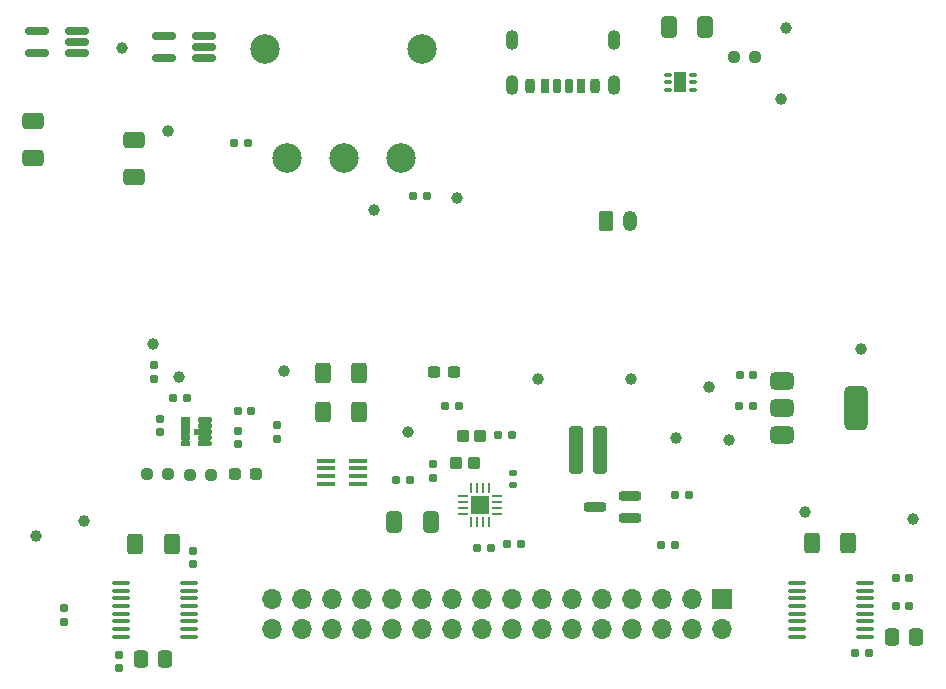
<source format=gbr>
%TF.GenerationSoftware,KiCad,Pcbnew,9.0.0*%
%TF.CreationDate,2025-03-28T14:38:41+02:00*%
%TF.ProjectId,Main,4d61696e-2e6b-4696-9361-645f70636258,rev?*%
%TF.SameCoordinates,Original*%
%TF.FileFunction,Soldermask,Top*%
%TF.FilePolarity,Negative*%
%FSLAX46Y46*%
G04 Gerber Fmt 4.6, Leading zero omitted, Abs format (unit mm)*
G04 Created by KiCad (PCBNEW 9.0.0) date 2025-03-28 14:38:41*
%MOMM*%
%LPD*%
G01*
G04 APERTURE LIST*
G04 Aperture macros list*
%AMRoundRect*
0 Rectangle with rounded corners*
0 $1 Rounding radius*
0 $2 $3 $4 $5 $6 $7 $8 $9 X,Y pos of 4 corners*
0 Add a 4 corners polygon primitive as box body*
4,1,4,$2,$3,$4,$5,$6,$7,$8,$9,$2,$3,0*
0 Add four circle primitives for the rounded corners*
1,1,$1+$1,$2,$3*
1,1,$1+$1,$4,$5*
1,1,$1+$1,$6,$7*
1,1,$1+$1,$8,$9*
0 Add four rect primitives between the rounded corners*
20,1,$1+$1,$2,$3,$4,$5,0*
20,1,$1+$1,$4,$5,$6,$7,0*
20,1,$1+$1,$6,$7,$8,$9,0*
20,1,$1+$1,$8,$9,$2,$3,0*%
G04 Aperture macros list end*
%ADD10C,0.010000*%
%ADD11RoundRect,0.100000X-0.637500X-0.100000X0.637500X-0.100000X0.637500X0.100000X-0.637500X0.100000X0*%
%ADD12C,1.000000*%
%ADD13RoundRect,0.250000X0.650000X-0.412500X0.650000X0.412500X-0.650000X0.412500X-0.650000X-0.412500X0*%
%ADD14RoundRect,0.250000X-0.400000X-0.625000X0.400000X-0.625000X0.400000X0.625000X-0.400000X0.625000X0*%
%ADD15RoundRect,0.160000X0.197500X0.160000X-0.197500X0.160000X-0.197500X-0.160000X0.197500X-0.160000X0*%
%ADD16RoundRect,0.250000X0.400000X0.625000X-0.400000X0.625000X-0.400000X-0.625000X0.400000X-0.625000X0*%
%ADD17RoundRect,0.162500X0.837500X0.162500X-0.837500X0.162500X-0.837500X-0.162500X0.837500X-0.162500X0*%
%ADD18RoundRect,0.250000X-0.350000X-0.625000X0.350000X-0.625000X0.350000X0.625000X-0.350000X0.625000X0*%
%ADD19O,1.200000X1.750000*%
%ADD20RoundRect,0.155000X-0.155000X0.212500X-0.155000X-0.212500X0.155000X-0.212500X0.155000X0.212500X0*%
%ADD21RoundRect,0.160000X0.160000X-0.197500X0.160000X0.197500X-0.160000X0.197500X-0.160000X-0.197500X0*%
%ADD22RoundRect,0.075000X-0.247500X-0.075000X0.247500X-0.075000X0.247500X0.075000X-0.247500X0.075000X0*%
%ADD23R,1.010000X1.700000*%
%ADD24RoundRect,0.160000X-0.197500X-0.160000X0.197500X-0.160000X0.197500X0.160000X-0.197500X0.160000X0*%
%ADD25RoundRect,0.100000X-0.680000X-0.100000X0.680000X-0.100000X0.680000X0.100000X-0.680000X0.100000X0*%
%ADD26RoundRect,0.375000X-0.625000X-0.375000X0.625000X-0.375000X0.625000X0.375000X-0.625000X0.375000X0*%
%ADD27RoundRect,0.500000X-0.500000X-1.400000X0.500000X-1.400000X0.500000X1.400000X-0.500000X1.400000X0*%
%ADD28RoundRect,0.250000X0.337500X0.475000X-0.337500X0.475000X-0.337500X-0.475000X0.337500X-0.475000X0*%
%ADD29RoundRect,0.155000X-0.212500X-0.155000X0.212500X-0.155000X0.212500X0.155000X-0.212500X0.155000X0*%
%ADD30RoundRect,0.155000X0.155000X-0.212500X0.155000X0.212500X-0.155000X0.212500X-0.155000X-0.212500X0*%
%ADD31RoundRect,0.237500X-0.300000X-0.237500X0.300000X-0.237500X0.300000X0.237500X-0.300000X0.237500X0*%
%ADD32RoundRect,0.250000X-0.350000X-1.775000X0.350000X-1.775000X0.350000X1.775000X-0.350000X1.775000X0*%
%ADD33RoundRect,0.102000X0.400000X0.400000X-0.400000X0.400000X-0.400000X-0.400000X0.400000X-0.400000X0*%
%ADD34R,1.700000X1.700000*%
%ADD35O,1.700000X1.700000*%
%ADD36RoundRect,0.250000X-0.412500X-0.650000X0.412500X-0.650000X0.412500X0.650000X-0.412500X0.650000X0*%
%ADD37RoundRect,0.155000X0.212500X0.155000X-0.212500X0.155000X-0.212500X-0.155000X0.212500X-0.155000X0*%
%ADD38RoundRect,0.237500X-0.250000X-0.237500X0.250000X-0.237500X0.250000X0.237500X-0.250000X0.237500X0*%
%ADD39RoundRect,0.160000X-0.160000X0.197500X-0.160000X-0.197500X0.160000X-0.197500X0.160000X0.197500X0*%
%ADD40RoundRect,0.102000X-0.400000X-0.400000X0.400000X-0.400000X0.400000X0.400000X-0.400000X0.400000X0*%
%ADD41RoundRect,0.140000X-0.170000X0.140000X-0.170000X-0.140000X0.170000X-0.140000X0.170000X0.140000X0*%
%ADD42RoundRect,0.175000X0.175000X0.425000X-0.175000X0.425000X-0.175000X-0.425000X0.175000X-0.425000X0*%
%ADD43RoundRect,0.190000X-0.190000X-0.410000X0.190000X-0.410000X0.190000X0.410000X-0.190000X0.410000X0*%
%ADD44RoundRect,0.200000X-0.200000X-0.400000X0.200000X-0.400000X0.200000X0.400000X-0.200000X0.400000X0*%
%ADD45RoundRect,0.175000X-0.175000X-0.425000X0.175000X-0.425000X0.175000X0.425000X-0.175000X0.425000X0*%
%ADD46RoundRect,0.190000X0.190000X0.410000X-0.190000X0.410000X-0.190000X-0.410000X0.190000X-0.410000X0*%
%ADD47RoundRect,0.200000X0.200000X0.400000X-0.200000X0.400000X-0.200000X-0.400000X0.200000X-0.400000X0*%
%ADD48O,1.100000X1.700000*%
%ADD49RoundRect,0.062500X0.375000X0.062500X-0.375000X0.062500X-0.375000X-0.062500X0.375000X-0.062500X0*%
%ADD50RoundRect,0.062500X0.062500X0.375000X-0.062500X0.375000X-0.062500X-0.375000X0.062500X-0.375000X0*%
%ADD51R,1.600000X1.600000*%
%ADD52RoundRect,0.200000X0.750000X0.200000X-0.750000X0.200000X-0.750000X-0.200000X0.750000X-0.200000X0*%
%ADD53C,2.500000*%
%ADD54RoundRect,0.237500X-0.287500X-0.237500X0.287500X-0.237500X0.287500X0.237500X-0.287500X0.237500X0*%
G04 APERTURE END LIST*
D10*
%TO.C,U7*%
X110153000Y-86006000D02*
X110159000Y-86006000D01*
X110165000Y-86008000D01*
X110171000Y-86009000D01*
X110177000Y-86011000D01*
X110183000Y-86013000D01*
X110189000Y-86015000D01*
X110194000Y-86018000D01*
X110200000Y-86021000D01*
X110205000Y-86024000D01*
X110211000Y-86028000D01*
X110216000Y-86032000D01*
X110220000Y-86036000D01*
X110225000Y-86040000D01*
X110229000Y-86045000D01*
X110233000Y-86049000D01*
X110237000Y-86054000D01*
X110241000Y-86060000D01*
X110244000Y-86065000D01*
X110247000Y-86071000D01*
X110250000Y-86076000D01*
X110252000Y-86082000D01*
X110254000Y-86088000D01*
X110256000Y-86094000D01*
X110257000Y-86100000D01*
X110259000Y-86106000D01*
X110259000Y-86112000D01*
X110260000Y-86119000D01*
X110260000Y-86125000D01*
X110260000Y-86275000D01*
X110260000Y-86281000D01*
X110259000Y-86288000D01*
X110259000Y-86294000D01*
X110257000Y-86300000D01*
X110256000Y-86306000D01*
X110254000Y-86312000D01*
X110252000Y-86318000D01*
X110250000Y-86324000D01*
X110247000Y-86329000D01*
X110244000Y-86335000D01*
X110241000Y-86340000D01*
X110237000Y-86346000D01*
X110233000Y-86351000D01*
X110229000Y-86355000D01*
X110225000Y-86360000D01*
X110220000Y-86364000D01*
X110216000Y-86368000D01*
X110211000Y-86372000D01*
X110205000Y-86376000D01*
X110200000Y-86379000D01*
X110194000Y-86382000D01*
X110189000Y-86385000D01*
X110183000Y-86387000D01*
X110177000Y-86389000D01*
X110171000Y-86391000D01*
X110165000Y-86392000D01*
X110159000Y-86394000D01*
X110153000Y-86394000D01*
X110146000Y-86395000D01*
X110140000Y-86395000D01*
X109640000Y-86395000D01*
X109634000Y-86395000D01*
X109627000Y-86394000D01*
X109621000Y-86394000D01*
X109615000Y-86392000D01*
X109609000Y-86391000D01*
X109603000Y-86389000D01*
X109597000Y-86387000D01*
X109591000Y-86385000D01*
X109586000Y-86382000D01*
X109580000Y-86379000D01*
X109575000Y-86376000D01*
X109569000Y-86372000D01*
X109564000Y-86368000D01*
X109560000Y-86364000D01*
X109555000Y-86360000D01*
X109551000Y-86355000D01*
X109547000Y-86351000D01*
X109543000Y-86346000D01*
X109539000Y-86340000D01*
X109536000Y-86335000D01*
X109533000Y-86329000D01*
X109530000Y-86324000D01*
X109528000Y-86318000D01*
X109526000Y-86312000D01*
X109524000Y-86306000D01*
X109523000Y-86300000D01*
X109521000Y-86294000D01*
X109521000Y-86288000D01*
X109520000Y-86281000D01*
X109520000Y-86275000D01*
X109520000Y-86125000D01*
X109520000Y-86119000D01*
X109521000Y-86112000D01*
X109521000Y-86106000D01*
X109523000Y-86100000D01*
X109524000Y-86094000D01*
X109526000Y-86088000D01*
X109528000Y-86082000D01*
X109530000Y-86076000D01*
X109533000Y-86071000D01*
X109536000Y-86065000D01*
X109539000Y-86060000D01*
X109543000Y-86054000D01*
X109547000Y-86049000D01*
X109551000Y-86045000D01*
X109555000Y-86040000D01*
X109560000Y-86036000D01*
X109564000Y-86032000D01*
X109569000Y-86028000D01*
X109575000Y-86024000D01*
X109580000Y-86021000D01*
X109586000Y-86018000D01*
X109591000Y-86015000D01*
X109597000Y-86013000D01*
X109603000Y-86011000D01*
X109609000Y-86009000D01*
X109615000Y-86008000D01*
X109621000Y-86006000D01*
X109627000Y-86006000D01*
X109634000Y-86005000D01*
X109640000Y-86005000D01*
X110140000Y-86005000D01*
X110146000Y-86005000D01*
X110153000Y-86006000D01*
G36*
X110153000Y-86006000D02*
G01*
X110159000Y-86006000D01*
X110165000Y-86008000D01*
X110171000Y-86009000D01*
X110177000Y-86011000D01*
X110183000Y-86013000D01*
X110189000Y-86015000D01*
X110194000Y-86018000D01*
X110200000Y-86021000D01*
X110205000Y-86024000D01*
X110211000Y-86028000D01*
X110216000Y-86032000D01*
X110220000Y-86036000D01*
X110225000Y-86040000D01*
X110229000Y-86045000D01*
X110233000Y-86049000D01*
X110237000Y-86054000D01*
X110241000Y-86060000D01*
X110244000Y-86065000D01*
X110247000Y-86071000D01*
X110250000Y-86076000D01*
X110252000Y-86082000D01*
X110254000Y-86088000D01*
X110256000Y-86094000D01*
X110257000Y-86100000D01*
X110259000Y-86106000D01*
X110259000Y-86112000D01*
X110260000Y-86119000D01*
X110260000Y-86125000D01*
X110260000Y-86275000D01*
X110260000Y-86281000D01*
X110259000Y-86288000D01*
X110259000Y-86294000D01*
X110257000Y-86300000D01*
X110256000Y-86306000D01*
X110254000Y-86312000D01*
X110252000Y-86318000D01*
X110250000Y-86324000D01*
X110247000Y-86329000D01*
X110244000Y-86335000D01*
X110241000Y-86340000D01*
X110237000Y-86346000D01*
X110233000Y-86351000D01*
X110229000Y-86355000D01*
X110225000Y-86360000D01*
X110220000Y-86364000D01*
X110216000Y-86368000D01*
X110211000Y-86372000D01*
X110205000Y-86376000D01*
X110200000Y-86379000D01*
X110194000Y-86382000D01*
X110189000Y-86385000D01*
X110183000Y-86387000D01*
X110177000Y-86389000D01*
X110171000Y-86391000D01*
X110165000Y-86392000D01*
X110159000Y-86394000D01*
X110153000Y-86394000D01*
X110146000Y-86395000D01*
X110140000Y-86395000D01*
X109640000Y-86395000D01*
X109634000Y-86395000D01*
X109627000Y-86394000D01*
X109621000Y-86394000D01*
X109615000Y-86392000D01*
X109609000Y-86391000D01*
X109603000Y-86389000D01*
X109597000Y-86387000D01*
X109591000Y-86385000D01*
X109586000Y-86382000D01*
X109580000Y-86379000D01*
X109575000Y-86376000D01*
X109569000Y-86372000D01*
X109564000Y-86368000D01*
X109560000Y-86364000D01*
X109555000Y-86360000D01*
X109551000Y-86355000D01*
X109547000Y-86351000D01*
X109543000Y-86346000D01*
X109539000Y-86340000D01*
X109536000Y-86335000D01*
X109533000Y-86329000D01*
X109530000Y-86324000D01*
X109528000Y-86318000D01*
X109526000Y-86312000D01*
X109524000Y-86306000D01*
X109523000Y-86300000D01*
X109521000Y-86294000D01*
X109521000Y-86288000D01*
X109520000Y-86281000D01*
X109520000Y-86275000D01*
X109520000Y-86125000D01*
X109520000Y-86119000D01*
X109521000Y-86112000D01*
X109521000Y-86106000D01*
X109523000Y-86100000D01*
X109524000Y-86094000D01*
X109526000Y-86088000D01*
X109528000Y-86082000D01*
X109530000Y-86076000D01*
X109533000Y-86071000D01*
X109536000Y-86065000D01*
X109539000Y-86060000D01*
X109543000Y-86054000D01*
X109547000Y-86049000D01*
X109551000Y-86045000D01*
X109555000Y-86040000D01*
X109560000Y-86036000D01*
X109564000Y-86032000D01*
X109569000Y-86028000D01*
X109575000Y-86024000D01*
X109580000Y-86021000D01*
X109586000Y-86018000D01*
X109591000Y-86015000D01*
X109597000Y-86013000D01*
X109603000Y-86011000D01*
X109609000Y-86009000D01*
X109615000Y-86008000D01*
X109621000Y-86006000D01*
X109627000Y-86006000D01*
X109634000Y-86005000D01*
X109640000Y-86005000D01*
X110140000Y-86005000D01*
X110146000Y-86005000D01*
X110153000Y-86006000D01*
G37*
X110153000Y-86506000D02*
X110159000Y-86506000D01*
X110165000Y-86508000D01*
X110171000Y-86509000D01*
X110177000Y-86511000D01*
X110183000Y-86513000D01*
X110189000Y-86515000D01*
X110194000Y-86518000D01*
X110200000Y-86521000D01*
X110205000Y-86524000D01*
X110211000Y-86528000D01*
X110216000Y-86532000D01*
X110220000Y-86536000D01*
X110225000Y-86540000D01*
X110229000Y-86545000D01*
X110233000Y-86549000D01*
X110237000Y-86554000D01*
X110241000Y-86560000D01*
X110244000Y-86565000D01*
X110247000Y-86571000D01*
X110250000Y-86576000D01*
X110252000Y-86582000D01*
X110254000Y-86588000D01*
X110256000Y-86594000D01*
X110257000Y-86600000D01*
X110259000Y-86606000D01*
X110259000Y-86612000D01*
X110260000Y-86619000D01*
X110260000Y-86625000D01*
X110260000Y-86775000D01*
X110260000Y-86781000D01*
X110259000Y-86788000D01*
X110259000Y-86794000D01*
X110257000Y-86800000D01*
X110256000Y-86806000D01*
X110254000Y-86812000D01*
X110252000Y-86818000D01*
X110250000Y-86824000D01*
X110247000Y-86829000D01*
X110244000Y-86835000D01*
X110241000Y-86840000D01*
X110237000Y-86846000D01*
X110233000Y-86851000D01*
X110229000Y-86855000D01*
X110225000Y-86860000D01*
X110220000Y-86864000D01*
X110216000Y-86868000D01*
X110211000Y-86872000D01*
X110205000Y-86876000D01*
X110200000Y-86879000D01*
X110194000Y-86882000D01*
X110189000Y-86885000D01*
X110183000Y-86887000D01*
X110177000Y-86889000D01*
X110171000Y-86891000D01*
X110165000Y-86892000D01*
X110159000Y-86894000D01*
X110153000Y-86894000D01*
X110146000Y-86895000D01*
X110140000Y-86895000D01*
X109640000Y-86895000D01*
X109634000Y-86895000D01*
X109627000Y-86894000D01*
X109621000Y-86894000D01*
X109615000Y-86892000D01*
X109609000Y-86891000D01*
X109603000Y-86889000D01*
X109597000Y-86887000D01*
X109591000Y-86885000D01*
X109586000Y-86882000D01*
X109580000Y-86879000D01*
X109575000Y-86876000D01*
X109569000Y-86872000D01*
X109564000Y-86868000D01*
X109560000Y-86864000D01*
X109555000Y-86860000D01*
X109551000Y-86855000D01*
X109547000Y-86851000D01*
X109543000Y-86846000D01*
X109539000Y-86840000D01*
X109536000Y-86835000D01*
X109533000Y-86829000D01*
X109530000Y-86824000D01*
X109528000Y-86818000D01*
X109526000Y-86812000D01*
X109524000Y-86806000D01*
X109523000Y-86800000D01*
X109521000Y-86794000D01*
X109521000Y-86788000D01*
X109520000Y-86781000D01*
X109520000Y-86775000D01*
X109520000Y-86625000D01*
X109520000Y-86619000D01*
X109521000Y-86612000D01*
X109521000Y-86606000D01*
X109523000Y-86600000D01*
X109524000Y-86594000D01*
X109526000Y-86588000D01*
X109528000Y-86582000D01*
X109530000Y-86576000D01*
X109533000Y-86571000D01*
X109536000Y-86565000D01*
X109539000Y-86560000D01*
X109543000Y-86554000D01*
X109547000Y-86549000D01*
X109551000Y-86545000D01*
X109555000Y-86540000D01*
X109560000Y-86536000D01*
X109564000Y-86532000D01*
X109569000Y-86528000D01*
X109575000Y-86524000D01*
X109580000Y-86521000D01*
X109586000Y-86518000D01*
X109591000Y-86515000D01*
X109597000Y-86513000D01*
X109603000Y-86511000D01*
X109609000Y-86509000D01*
X109615000Y-86508000D01*
X109621000Y-86506000D01*
X109627000Y-86506000D01*
X109634000Y-86505000D01*
X109640000Y-86505000D01*
X110140000Y-86505000D01*
X110146000Y-86505000D01*
X110153000Y-86506000D01*
G36*
X110153000Y-86506000D02*
G01*
X110159000Y-86506000D01*
X110165000Y-86508000D01*
X110171000Y-86509000D01*
X110177000Y-86511000D01*
X110183000Y-86513000D01*
X110189000Y-86515000D01*
X110194000Y-86518000D01*
X110200000Y-86521000D01*
X110205000Y-86524000D01*
X110211000Y-86528000D01*
X110216000Y-86532000D01*
X110220000Y-86536000D01*
X110225000Y-86540000D01*
X110229000Y-86545000D01*
X110233000Y-86549000D01*
X110237000Y-86554000D01*
X110241000Y-86560000D01*
X110244000Y-86565000D01*
X110247000Y-86571000D01*
X110250000Y-86576000D01*
X110252000Y-86582000D01*
X110254000Y-86588000D01*
X110256000Y-86594000D01*
X110257000Y-86600000D01*
X110259000Y-86606000D01*
X110259000Y-86612000D01*
X110260000Y-86619000D01*
X110260000Y-86625000D01*
X110260000Y-86775000D01*
X110260000Y-86781000D01*
X110259000Y-86788000D01*
X110259000Y-86794000D01*
X110257000Y-86800000D01*
X110256000Y-86806000D01*
X110254000Y-86812000D01*
X110252000Y-86818000D01*
X110250000Y-86824000D01*
X110247000Y-86829000D01*
X110244000Y-86835000D01*
X110241000Y-86840000D01*
X110237000Y-86846000D01*
X110233000Y-86851000D01*
X110229000Y-86855000D01*
X110225000Y-86860000D01*
X110220000Y-86864000D01*
X110216000Y-86868000D01*
X110211000Y-86872000D01*
X110205000Y-86876000D01*
X110200000Y-86879000D01*
X110194000Y-86882000D01*
X110189000Y-86885000D01*
X110183000Y-86887000D01*
X110177000Y-86889000D01*
X110171000Y-86891000D01*
X110165000Y-86892000D01*
X110159000Y-86894000D01*
X110153000Y-86894000D01*
X110146000Y-86895000D01*
X110140000Y-86895000D01*
X109640000Y-86895000D01*
X109634000Y-86895000D01*
X109627000Y-86894000D01*
X109621000Y-86894000D01*
X109615000Y-86892000D01*
X109609000Y-86891000D01*
X109603000Y-86889000D01*
X109597000Y-86887000D01*
X109591000Y-86885000D01*
X109586000Y-86882000D01*
X109580000Y-86879000D01*
X109575000Y-86876000D01*
X109569000Y-86872000D01*
X109564000Y-86868000D01*
X109560000Y-86864000D01*
X109555000Y-86860000D01*
X109551000Y-86855000D01*
X109547000Y-86851000D01*
X109543000Y-86846000D01*
X109539000Y-86840000D01*
X109536000Y-86835000D01*
X109533000Y-86829000D01*
X109530000Y-86824000D01*
X109528000Y-86818000D01*
X109526000Y-86812000D01*
X109524000Y-86806000D01*
X109523000Y-86800000D01*
X109521000Y-86794000D01*
X109521000Y-86788000D01*
X109520000Y-86781000D01*
X109520000Y-86775000D01*
X109520000Y-86625000D01*
X109520000Y-86619000D01*
X109521000Y-86612000D01*
X109521000Y-86606000D01*
X109523000Y-86600000D01*
X109524000Y-86594000D01*
X109526000Y-86588000D01*
X109528000Y-86582000D01*
X109530000Y-86576000D01*
X109533000Y-86571000D01*
X109536000Y-86565000D01*
X109539000Y-86560000D01*
X109543000Y-86554000D01*
X109547000Y-86549000D01*
X109551000Y-86545000D01*
X109555000Y-86540000D01*
X109560000Y-86536000D01*
X109564000Y-86532000D01*
X109569000Y-86528000D01*
X109575000Y-86524000D01*
X109580000Y-86521000D01*
X109586000Y-86518000D01*
X109591000Y-86515000D01*
X109597000Y-86513000D01*
X109603000Y-86511000D01*
X109609000Y-86509000D01*
X109615000Y-86508000D01*
X109621000Y-86506000D01*
X109627000Y-86506000D01*
X109634000Y-86505000D01*
X109640000Y-86505000D01*
X110140000Y-86505000D01*
X110146000Y-86505000D01*
X110153000Y-86506000D01*
G37*
X110153000Y-87006000D02*
X110159000Y-87006000D01*
X110165000Y-87008000D01*
X110171000Y-87009000D01*
X110177000Y-87011000D01*
X110183000Y-87013000D01*
X110189000Y-87015000D01*
X110194000Y-87018000D01*
X110200000Y-87021000D01*
X110205000Y-87024000D01*
X110211000Y-87028000D01*
X110216000Y-87032000D01*
X110220000Y-87036000D01*
X110225000Y-87040000D01*
X110229000Y-87045000D01*
X110233000Y-87049000D01*
X110237000Y-87054000D01*
X110241000Y-87060000D01*
X110244000Y-87065000D01*
X110247000Y-87071000D01*
X110250000Y-87076000D01*
X110252000Y-87082000D01*
X110254000Y-87088000D01*
X110256000Y-87094000D01*
X110257000Y-87100000D01*
X110259000Y-87106000D01*
X110259000Y-87112000D01*
X110260000Y-87119000D01*
X110260000Y-87125000D01*
X110260000Y-87275000D01*
X110260000Y-87281000D01*
X110259000Y-87288000D01*
X110259000Y-87294000D01*
X110257000Y-87300000D01*
X110256000Y-87306000D01*
X110254000Y-87312000D01*
X110252000Y-87318000D01*
X110250000Y-87324000D01*
X110247000Y-87329000D01*
X110244000Y-87335000D01*
X110241000Y-87340000D01*
X110237000Y-87346000D01*
X110233000Y-87351000D01*
X110229000Y-87355000D01*
X110225000Y-87360000D01*
X110220000Y-87364000D01*
X110216000Y-87368000D01*
X110211000Y-87372000D01*
X110205000Y-87376000D01*
X110200000Y-87379000D01*
X110194000Y-87382000D01*
X110189000Y-87385000D01*
X110183000Y-87387000D01*
X110177000Y-87389000D01*
X110171000Y-87391000D01*
X110165000Y-87392000D01*
X110159000Y-87394000D01*
X110153000Y-87394000D01*
X110146000Y-87395000D01*
X110140000Y-87395000D01*
X109640000Y-87395000D01*
X109634000Y-87395000D01*
X109627000Y-87394000D01*
X109621000Y-87394000D01*
X109615000Y-87392000D01*
X109609000Y-87391000D01*
X109603000Y-87389000D01*
X109597000Y-87387000D01*
X109591000Y-87385000D01*
X109586000Y-87382000D01*
X109580000Y-87379000D01*
X109575000Y-87376000D01*
X109569000Y-87372000D01*
X109564000Y-87368000D01*
X109560000Y-87364000D01*
X109555000Y-87360000D01*
X109551000Y-87355000D01*
X109547000Y-87351000D01*
X109543000Y-87346000D01*
X109539000Y-87340000D01*
X109536000Y-87335000D01*
X109533000Y-87329000D01*
X109530000Y-87324000D01*
X109528000Y-87318000D01*
X109526000Y-87312000D01*
X109524000Y-87306000D01*
X109523000Y-87300000D01*
X109521000Y-87294000D01*
X109521000Y-87288000D01*
X109520000Y-87281000D01*
X109520000Y-87275000D01*
X109520000Y-87125000D01*
X109520000Y-87119000D01*
X109521000Y-87112000D01*
X109521000Y-87106000D01*
X109523000Y-87100000D01*
X109524000Y-87094000D01*
X109526000Y-87088000D01*
X109528000Y-87082000D01*
X109530000Y-87076000D01*
X109533000Y-87071000D01*
X109536000Y-87065000D01*
X109539000Y-87060000D01*
X109543000Y-87054000D01*
X109547000Y-87049000D01*
X109551000Y-87045000D01*
X109555000Y-87040000D01*
X109560000Y-87036000D01*
X109564000Y-87032000D01*
X109569000Y-87028000D01*
X109575000Y-87024000D01*
X109580000Y-87021000D01*
X109586000Y-87018000D01*
X109591000Y-87015000D01*
X109597000Y-87013000D01*
X109603000Y-87011000D01*
X109609000Y-87009000D01*
X109615000Y-87008000D01*
X109621000Y-87006000D01*
X109627000Y-87006000D01*
X109634000Y-87005000D01*
X109640000Y-87005000D01*
X110140000Y-87005000D01*
X110146000Y-87005000D01*
X110153000Y-87006000D01*
G36*
X110153000Y-87006000D02*
G01*
X110159000Y-87006000D01*
X110165000Y-87008000D01*
X110171000Y-87009000D01*
X110177000Y-87011000D01*
X110183000Y-87013000D01*
X110189000Y-87015000D01*
X110194000Y-87018000D01*
X110200000Y-87021000D01*
X110205000Y-87024000D01*
X110211000Y-87028000D01*
X110216000Y-87032000D01*
X110220000Y-87036000D01*
X110225000Y-87040000D01*
X110229000Y-87045000D01*
X110233000Y-87049000D01*
X110237000Y-87054000D01*
X110241000Y-87060000D01*
X110244000Y-87065000D01*
X110247000Y-87071000D01*
X110250000Y-87076000D01*
X110252000Y-87082000D01*
X110254000Y-87088000D01*
X110256000Y-87094000D01*
X110257000Y-87100000D01*
X110259000Y-87106000D01*
X110259000Y-87112000D01*
X110260000Y-87119000D01*
X110260000Y-87125000D01*
X110260000Y-87275000D01*
X110260000Y-87281000D01*
X110259000Y-87288000D01*
X110259000Y-87294000D01*
X110257000Y-87300000D01*
X110256000Y-87306000D01*
X110254000Y-87312000D01*
X110252000Y-87318000D01*
X110250000Y-87324000D01*
X110247000Y-87329000D01*
X110244000Y-87335000D01*
X110241000Y-87340000D01*
X110237000Y-87346000D01*
X110233000Y-87351000D01*
X110229000Y-87355000D01*
X110225000Y-87360000D01*
X110220000Y-87364000D01*
X110216000Y-87368000D01*
X110211000Y-87372000D01*
X110205000Y-87376000D01*
X110200000Y-87379000D01*
X110194000Y-87382000D01*
X110189000Y-87385000D01*
X110183000Y-87387000D01*
X110177000Y-87389000D01*
X110171000Y-87391000D01*
X110165000Y-87392000D01*
X110159000Y-87394000D01*
X110153000Y-87394000D01*
X110146000Y-87395000D01*
X110140000Y-87395000D01*
X109640000Y-87395000D01*
X109634000Y-87395000D01*
X109627000Y-87394000D01*
X109621000Y-87394000D01*
X109615000Y-87392000D01*
X109609000Y-87391000D01*
X109603000Y-87389000D01*
X109597000Y-87387000D01*
X109591000Y-87385000D01*
X109586000Y-87382000D01*
X109580000Y-87379000D01*
X109575000Y-87376000D01*
X109569000Y-87372000D01*
X109564000Y-87368000D01*
X109560000Y-87364000D01*
X109555000Y-87360000D01*
X109551000Y-87355000D01*
X109547000Y-87351000D01*
X109543000Y-87346000D01*
X109539000Y-87340000D01*
X109536000Y-87335000D01*
X109533000Y-87329000D01*
X109530000Y-87324000D01*
X109528000Y-87318000D01*
X109526000Y-87312000D01*
X109524000Y-87306000D01*
X109523000Y-87300000D01*
X109521000Y-87294000D01*
X109521000Y-87288000D01*
X109520000Y-87281000D01*
X109520000Y-87275000D01*
X109520000Y-87125000D01*
X109520000Y-87119000D01*
X109521000Y-87112000D01*
X109521000Y-87106000D01*
X109523000Y-87100000D01*
X109524000Y-87094000D01*
X109526000Y-87088000D01*
X109528000Y-87082000D01*
X109530000Y-87076000D01*
X109533000Y-87071000D01*
X109536000Y-87065000D01*
X109539000Y-87060000D01*
X109543000Y-87054000D01*
X109547000Y-87049000D01*
X109551000Y-87045000D01*
X109555000Y-87040000D01*
X109560000Y-87036000D01*
X109564000Y-87032000D01*
X109569000Y-87028000D01*
X109575000Y-87024000D01*
X109580000Y-87021000D01*
X109586000Y-87018000D01*
X109591000Y-87015000D01*
X109597000Y-87013000D01*
X109603000Y-87011000D01*
X109609000Y-87009000D01*
X109615000Y-87008000D01*
X109621000Y-87006000D01*
X109627000Y-87006000D01*
X109634000Y-87005000D01*
X109640000Y-87005000D01*
X110140000Y-87005000D01*
X110146000Y-87005000D01*
X110153000Y-87006000D01*
G37*
X110153000Y-87506000D02*
X110159000Y-87506000D01*
X110165000Y-87508000D01*
X110171000Y-87509000D01*
X110177000Y-87511000D01*
X110183000Y-87513000D01*
X110189000Y-87515000D01*
X110194000Y-87518000D01*
X110200000Y-87521000D01*
X110205000Y-87524000D01*
X110211000Y-87528000D01*
X110216000Y-87532000D01*
X110220000Y-87536000D01*
X110225000Y-87540000D01*
X110229000Y-87545000D01*
X110233000Y-87549000D01*
X110237000Y-87554000D01*
X110241000Y-87560000D01*
X110244000Y-87565000D01*
X110247000Y-87571000D01*
X110250000Y-87576000D01*
X110252000Y-87582000D01*
X110254000Y-87588000D01*
X110256000Y-87594000D01*
X110257000Y-87600000D01*
X110259000Y-87606000D01*
X110259000Y-87612000D01*
X110260000Y-87619000D01*
X110260000Y-87625000D01*
X110260000Y-87775000D01*
X110260000Y-87781000D01*
X110259000Y-87788000D01*
X110259000Y-87794000D01*
X110257000Y-87800000D01*
X110256000Y-87806000D01*
X110254000Y-87812000D01*
X110252000Y-87818000D01*
X110250000Y-87824000D01*
X110247000Y-87829000D01*
X110244000Y-87835000D01*
X110241000Y-87840000D01*
X110237000Y-87846000D01*
X110233000Y-87851000D01*
X110229000Y-87855000D01*
X110225000Y-87860000D01*
X110220000Y-87864000D01*
X110216000Y-87868000D01*
X110211000Y-87872000D01*
X110205000Y-87876000D01*
X110200000Y-87879000D01*
X110194000Y-87882000D01*
X110189000Y-87885000D01*
X110183000Y-87887000D01*
X110177000Y-87889000D01*
X110171000Y-87891000D01*
X110165000Y-87892000D01*
X110159000Y-87894000D01*
X110153000Y-87894000D01*
X110146000Y-87895000D01*
X110140000Y-87895000D01*
X109640000Y-87895000D01*
X109634000Y-87895000D01*
X109627000Y-87894000D01*
X109621000Y-87894000D01*
X109615000Y-87892000D01*
X109609000Y-87891000D01*
X109603000Y-87889000D01*
X109597000Y-87887000D01*
X109591000Y-87885000D01*
X109586000Y-87882000D01*
X109580000Y-87879000D01*
X109575000Y-87876000D01*
X109569000Y-87872000D01*
X109564000Y-87868000D01*
X109560000Y-87864000D01*
X109555000Y-87860000D01*
X109551000Y-87855000D01*
X109547000Y-87851000D01*
X109543000Y-87846000D01*
X109539000Y-87840000D01*
X109536000Y-87835000D01*
X109533000Y-87829000D01*
X109530000Y-87824000D01*
X109528000Y-87818000D01*
X109526000Y-87812000D01*
X109524000Y-87806000D01*
X109523000Y-87800000D01*
X109521000Y-87794000D01*
X109521000Y-87788000D01*
X109520000Y-87781000D01*
X109520000Y-87775000D01*
X109520000Y-87625000D01*
X109520000Y-87619000D01*
X109521000Y-87612000D01*
X109521000Y-87606000D01*
X109523000Y-87600000D01*
X109524000Y-87594000D01*
X109526000Y-87588000D01*
X109528000Y-87582000D01*
X109530000Y-87576000D01*
X109533000Y-87571000D01*
X109536000Y-87565000D01*
X109539000Y-87560000D01*
X109543000Y-87554000D01*
X109547000Y-87549000D01*
X109551000Y-87545000D01*
X109555000Y-87540000D01*
X109560000Y-87536000D01*
X109564000Y-87532000D01*
X109569000Y-87528000D01*
X109575000Y-87524000D01*
X109580000Y-87521000D01*
X109586000Y-87518000D01*
X109591000Y-87515000D01*
X109597000Y-87513000D01*
X109603000Y-87511000D01*
X109609000Y-87509000D01*
X109615000Y-87508000D01*
X109621000Y-87506000D01*
X109627000Y-87506000D01*
X109634000Y-87505000D01*
X109640000Y-87505000D01*
X110140000Y-87505000D01*
X110146000Y-87505000D01*
X110153000Y-87506000D01*
G36*
X110153000Y-87506000D02*
G01*
X110159000Y-87506000D01*
X110165000Y-87508000D01*
X110171000Y-87509000D01*
X110177000Y-87511000D01*
X110183000Y-87513000D01*
X110189000Y-87515000D01*
X110194000Y-87518000D01*
X110200000Y-87521000D01*
X110205000Y-87524000D01*
X110211000Y-87528000D01*
X110216000Y-87532000D01*
X110220000Y-87536000D01*
X110225000Y-87540000D01*
X110229000Y-87545000D01*
X110233000Y-87549000D01*
X110237000Y-87554000D01*
X110241000Y-87560000D01*
X110244000Y-87565000D01*
X110247000Y-87571000D01*
X110250000Y-87576000D01*
X110252000Y-87582000D01*
X110254000Y-87588000D01*
X110256000Y-87594000D01*
X110257000Y-87600000D01*
X110259000Y-87606000D01*
X110259000Y-87612000D01*
X110260000Y-87619000D01*
X110260000Y-87625000D01*
X110260000Y-87775000D01*
X110260000Y-87781000D01*
X110259000Y-87788000D01*
X110259000Y-87794000D01*
X110257000Y-87800000D01*
X110256000Y-87806000D01*
X110254000Y-87812000D01*
X110252000Y-87818000D01*
X110250000Y-87824000D01*
X110247000Y-87829000D01*
X110244000Y-87835000D01*
X110241000Y-87840000D01*
X110237000Y-87846000D01*
X110233000Y-87851000D01*
X110229000Y-87855000D01*
X110225000Y-87860000D01*
X110220000Y-87864000D01*
X110216000Y-87868000D01*
X110211000Y-87872000D01*
X110205000Y-87876000D01*
X110200000Y-87879000D01*
X110194000Y-87882000D01*
X110189000Y-87885000D01*
X110183000Y-87887000D01*
X110177000Y-87889000D01*
X110171000Y-87891000D01*
X110165000Y-87892000D01*
X110159000Y-87894000D01*
X110153000Y-87894000D01*
X110146000Y-87895000D01*
X110140000Y-87895000D01*
X109640000Y-87895000D01*
X109634000Y-87895000D01*
X109627000Y-87894000D01*
X109621000Y-87894000D01*
X109615000Y-87892000D01*
X109609000Y-87891000D01*
X109603000Y-87889000D01*
X109597000Y-87887000D01*
X109591000Y-87885000D01*
X109586000Y-87882000D01*
X109580000Y-87879000D01*
X109575000Y-87876000D01*
X109569000Y-87872000D01*
X109564000Y-87868000D01*
X109560000Y-87864000D01*
X109555000Y-87860000D01*
X109551000Y-87855000D01*
X109547000Y-87851000D01*
X109543000Y-87846000D01*
X109539000Y-87840000D01*
X109536000Y-87835000D01*
X109533000Y-87829000D01*
X109530000Y-87824000D01*
X109528000Y-87818000D01*
X109526000Y-87812000D01*
X109524000Y-87806000D01*
X109523000Y-87800000D01*
X109521000Y-87794000D01*
X109521000Y-87788000D01*
X109520000Y-87781000D01*
X109520000Y-87775000D01*
X109520000Y-87625000D01*
X109520000Y-87619000D01*
X109521000Y-87612000D01*
X109521000Y-87606000D01*
X109523000Y-87600000D01*
X109524000Y-87594000D01*
X109526000Y-87588000D01*
X109528000Y-87582000D01*
X109530000Y-87576000D01*
X109533000Y-87571000D01*
X109536000Y-87565000D01*
X109539000Y-87560000D01*
X109543000Y-87554000D01*
X109547000Y-87549000D01*
X109551000Y-87545000D01*
X109555000Y-87540000D01*
X109560000Y-87536000D01*
X109564000Y-87532000D01*
X109569000Y-87528000D01*
X109575000Y-87524000D01*
X109580000Y-87521000D01*
X109586000Y-87518000D01*
X109591000Y-87515000D01*
X109597000Y-87513000D01*
X109603000Y-87511000D01*
X109609000Y-87509000D01*
X109615000Y-87508000D01*
X109621000Y-87506000D01*
X109627000Y-87506000D01*
X109634000Y-87505000D01*
X109640000Y-87505000D01*
X110140000Y-87505000D01*
X110146000Y-87505000D01*
X110153000Y-87506000D01*
G37*
X110153000Y-88006000D02*
X110159000Y-88006000D01*
X110165000Y-88008000D01*
X110171000Y-88009000D01*
X110177000Y-88011000D01*
X110183000Y-88013000D01*
X110189000Y-88015000D01*
X110194000Y-88018000D01*
X110200000Y-88021000D01*
X110205000Y-88024000D01*
X110211000Y-88028000D01*
X110216000Y-88032000D01*
X110220000Y-88036000D01*
X110225000Y-88040000D01*
X110229000Y-88045000D01*
X110233000Y-88049000D01*
X110237000Y-88054000D01*
X110241000Y-88060000D01*
X110244000Y-88065000D01*
X110247000Y-88071000D01*
X110250000Y-88076000D01*
X110252000Y-88082000D01*
X110254000Y-88088000D01*
X110256000Y-88094000D01*
X110257000Y-88100000D01*
X110259000Y-88106000D01*
X110259000Y-88112000D01*
X110260000Y-88119000D01*
X110260000Y-88125000D01*
X110260000Y-88275000D01*
X110260000Y-88281000D01*
X110259000Y-88288000D01*
X110259000Y-88294000D01*
X110257000Y-88300000D01*
X110256000Y-88306000D01*
X110254000Y-88312000D01*
X110252000Y-88318000D01*
X110250000Y-88324000D01*
X110247000Y-88329000D01*
X110244000Y-88335000D01*
X110241000Y-88340000D01*
X110237000Y-88346000D01*
X110233000Y-88351000D01*
X110229000Y-88355000D01*
X110225000Y-88360000D01*
X110220000Y-88364000D01*
X110216000Y-88368000D01*
X110211000Y-88372000D01*
X110205000Y-88376000D01*
X110200000Y-88379000D01*
X110194000Y-88382000D01*
X110189000Y-88385000D01*
X110183000Y-88387000D01*
X110177000Y-88389000D01*
X110171000Y-88391000D01*
X110165000Y-88392000D01*
X110159000Y-88394000D01*
X110153000Y-88394000D01*
X110146000Y-88395000D01*
X110140000Y-88395000D01*
X109640000Y-88395000D01*
X109634000Y-88395000D01*
X109627000Y-88394000D01*
X109621000Y-88394000D01*
X109615000Y-88392000D01*
X109609000Y-88391000D01*
X109603000Y-88389000D01*
X109597000Y-88387000D01*
X109591000Y-88385000D01*
X109586000Y-88382000D01*
X109580000Y-88379000D01*
X109575000Y-88376000D01*
X109569000Y-88372000D01*
X109564000Y-88368000D01*
X109560000Y-88364000D01*
X109555000Y-88360000D01*
X109551000Y-88355000D01*
X109547000Y-88351000D01*
X109543000Y-88346000D01*
X109539000Y-88340000D01*
X109536000Y-88335000D01*
X109533000Y-88329000D01*
X109530000Y-88324000D01*
X109528000Y-88318000D01*
X109526000Y-88312000D01*
X109524000Y-88306000D01*
X109523000Y-88300000D01*
X109521000Y-88294000D01*
X109521000Y-88288000D01*
X109520000Y-88281000D01*
X109520000Y-88275000D01*
X109520000Y-88125000D01*
X109520000Y-88119000D01*
X109521000Y-88112000D01*
X109521000Y-88106000D01*
X109523000Y-88100000D01*
X109524000Y-88094000D01*
X109526000Y-88088000D01*
X109528000Y-88082000D01*
X109530000Y-88076000D01*
X109533000Y-88071000D01*
X109536000Y-88065000D01*
X109539000Y-88060000D01*
X109543000Y-88054000D01*
X109547000Y-88049000D01*
X109551000Y-88045000D01*
X109555000Y-88040000D01*
X109560000Y-88036000D01*
X109564000Y-88032000D01*
X109569000Y-88028000D01*
X109575000Y-88024000D01*
X109580000Y-88021000D01*
X109586000Y-88018000D01*
X109591000Y-88015000D01*
X109597000Y-88013000D01*
X109603000Y-88011000D01*
X109609000Y-88009000D01*
X109615000Y-88008000D01*
X109621000Y-88006000D01*
X109627000Y-88006000D01*
X109634000Y-88005000D01*
X109640000Y-88005000D01*
X110140000Y-88005000D01*
X110146000Y-88005000D01*
X110153000Y-88006000D01*
G36*
X110153000Y-88006000D02*
G01*
X110159000Y-88006000D01*
X110165000Y-88008000D01*
X110171000Y-88009000D01*
X110177000Y-88011000D01*
X110183000Y-88013000D01*
X110189000Y-88015000D01*
X110194000Y-88018000D01*
X110200000Y-88021000D01*
X110205000Y-88024000D01*
X110211000Y-88028000D01*
X110216000Y-88032000D01*
X110220000Y-88036000D01*
X110225000Y-88040000D01*
X110229000Y-88045000D01*
X110233000Y-88049000D01*
X110237000Y-88054000D01*
X110241000Y-88060000D01*
X110244000Y-88065000D01*
X110247000Y-88071000D01*
X110250000Y-88076000D01*
X110252000Y-88082000D01*
X110254000Y-88088000D01*
X110256000Y-88094000D01*
X110257000Y-88100000D01*
X110259000Y-88106000D01*
X110259000Y-88112000D01*
X110260000Y-88119000D01*
X110260000Y-88125000D01*
X110260000Y-88275000D01*
X110260000Y-88281000D01*
X110259000Y-88288000D01*
X110259000Y-88294000D01*
X110257000Y-88300000D01*
X110256000Y-88306000D01*
X110254000Y-88312000D01*
X110252000Y-88318000D01*
X110250000Y-88324000D01*
X110247000Y-88329000D01*
X110244000Y-88335000D01*
X110241000Y-88340000D01*
X110237000Y-88346000D01*
X110233000Y-88351000D01*
X110229000Y-88355000D01*
X110225000Y-88360000D01*
X110220000Y-88364000D01*
X110216000Y-88368000D01*
X110211000Y-88372000D01*
X110205000Y-88376000D01*
X110200000Y-88379000D01*
X110194000Y-88382000D01*
X110189000Y-88385000D01*
X110183000Y-88387000D01*
X110177000Y-88389000D01*
X110171000Y-88391000D01*
X110165000Y-88392000D01*
X110159000Y-88394000D01*
X110153000Y-88394000D01*
X110146000Y-88395000D01*
X110140000Y-88395000D01*
X109640000Y-88395000D01*
X109634000Y-88395000D01*
X109627000Y-88394000D01*
X109621000Y-88394000D01*
X109615000Y-88392000D01*
X109609000Y-88391000D01*
X109603000Y-88389000D01*
X109597000Y-88387000D01*
X109591000Y-88385000D01*
X109586000Y-88382000D01*
X109580000Y-88379000D01*
X109575000Y-88376000D01*
X109569000Y-88372000D01*
X109564000Y-88368000D01*
X109560000Y-88364000D01*
X109555000Y-88360000D01*
X109551000Y-88355000D01*
X109547000Y-88351000D01*
X109543000Y-88346000D01*
X109539000Y-88340000D01*
X109536000Y-88335000D01*
X109533000Y-88329000D01*
X109530000Y-88324000D01*
X109528000Y-88318000D01*
X109526000Y-88312000D01*
X109524000Y-88306000D01*
X109523000Y-88300000D01*
X109521000Y-88294000D01*
X109521000Y-88288000D01*
X109520000Y-88281000D01*
X109520000Y-88275000D01*
X109520000Y-88125000D01*
X109520000Y-88119000D01*
X109521000Y-88112000D01*
X109521000Y-88106000D01*
X109523000Y-88100000D01*
X109524000Y-88094000D01*
X109526000Y-88088000D01*
X109528000Y-88082000D01*
X109530000Y-88076000D01*
X109533000Y-88071000D01*
X109536000Y-88065000D01*
X109539000Y-88060000D01*
X109543000Y-88054000D01*
X109547000Y-88049000D01*
X109551000Y-88045000D01*
X109555000Y-88040000D01*
X109560000Y-88036000D01*
X109564000Y-88032000D01*
X109569000Y-88028000D01*
X109575000Y-88024000D01*
X109580000Y-88021000D01*
X109586000Y-88018000D01*
X109591000Y-88015000D01*
X109597000Y-88013000D01*
X109603000Y-88011000D01*
X109609000Y-88009000D01*
X109615000Y-88008000D01*
X109621000Y-88006000D01*
X109627000Y-88006000D01*
X109634000Y-88005000D01*
X109640000Y-88005000D01*
X110140000Y-88005000D01*
X110146000Y-88005000D01*
X110153000Y-88006000D01*
G37*
X111953000Y-86006000D02*
X111959000Y-86006000D01*
X111965000Y-86008000D01*
X111971000Y-86009000D01*
X111977000Y-86011000D01*
X111983000Y-86013000D01*
X111989000Y-86015000D01*
X111994000Y-86018000D01*
X112000000Y-86021000D01*
X112005000Y-86024000D01*
X112011000Y-86028000D01*
X112016000Y-86032000D01*
X112020000Y-86036000D01*
X112025000Y-86040000D01*
X112029000Y-86045000D01*
X112033000Y-86049000D01*
X112037000Y-86054000D01*
X112041000Y-86060000D01*
X112044000Y-86065000D01*
X112047000Y-86071000D01*
X112050000Y-86076000D01*
X112052000Y-86082000D01*
X112054000Y-86088000D01*
X112056000Y-86094000D01*
X112057000Y-86100000D01*
X112059000Y-86106000D01*
X112059000Y-86112000D01*
X112060000Y-86119000D01*
X112060000Y-86125000D01*
X112060000Y-86275000D01*
X112060000Y-86281000D01*
X112059000Y-86288000D01*
X112059000Y-86294000D01*
X112057000Y-86300000D01*
X112056000Y-86306000D01*
X112054000Y-86312000D01*
X112052000Y-86318000D01*
X112050000Y-86324000D01*
X112047000Y-86329000D01*
X112044000Y-86335000D01*
X112041000Y-86340000D01*
X112037000Y-86346000D01*
X112033000Y-86351000D01*
X112029000Y-86355000D01*
X112025000Y-86360000D01*
X112020000Y-86364000D01*
X112016000Y-86368000D01*
X112011000Y-86372000D01*
X112005000Y-86376000D01*
X112000000Y-86379000D01*
X111994000Y-86382000D01*
X111989000Y-86385000D01*
X111983000Y-86387000D01*
X111977000Y-86389000D01*
X111971000Y-86391000D01*
X111965000Y-86392000D01*
X111959000Y-86394000D01*
X111953000Y-86394000D01*
X111946000Y-86395000D01*
X111940000Y-86395000D01*
X111140000Y-86395000D01*
X111134000Y-86395000D01*
X111127000Y-86394000D01*
X111121000Y-86394000D01*
X111115000Y-86392000D01*
X111109000Y-86391000D01*
X111103000Y-86389000D01*
X111097000Y-86387000D01*
X111091000Y-86385000D01*
X111086000Y-86382000D01*
X111080000Y-86379000D01*
X111075000Y-86376000D01*
X111069000Y-86372000D01*
X111064000Y-86368000D01*
X111060000Y-86364000D01*
X111055000Y-86360000D01*
X111051000Y-86355000D01*
X111047000Y-86351000D01*
X111043000Y-86346000D01*
X111039000Y-86340000D01*
X111036000Y-86335000D01*
X111033000Y-86329000D01*
X111030000Y-86324000D01*
X111028000Y-86318000D01*
X111026000Y-86312000D01*
X111024000Y-86306000D01*
X111023000Y-86300000D01*
X111021000Y-86294000D01*
X111021000Y-86288000D01*
X111020000Y-86281000D01*
X111020000Y-86275000D01*
X111020000Y-86125000D01*
X111020000Y-86119000D01*
X111021000Y-86112000D01*
X111021000Y-86106000D01*
X111023000Y-86100000D01*
X111024000Y-86094000D01*
X111026000Y-86088000D01*
X111028000Y-86082000D01*
X111030000Y-86076000D01*
X111033000Y-86071000D01*
X111036000Y-86065000D01*
X111039000Y-86060000D01*
X111043000Y-86054000D01*
X111047000Y-86049000D01*
X111051000Y-86045000D01*
X111055000Y-86040000D01*
X111060000Y-86036000D01*
X111064000Y-86032000D01*
X111069000Y-86028000D01*
X111075000Y-86024000D01*
X111080000Y-86021000D01*
X111086000Y-86018000D01*
X111091000Y-86015000D01*
X111097000Y-86013000D01*
X111103000Y-86011000D01*
X111109000Y-86009000D01*
X111115000Y-86008000D01*
X111121000Y-86006000D01*
X111127000Y-86006000D01*
X111134000Y-86005000D01*
X111140000Y-86005000D01*
X111940000Y-86005000D01*
X111946000Y-86005000D01*
X111953000Y-86006000D01*
G36*
X111953000Y-86006000D02*
G01*
X111959000Y-86006000D01*
X111965000Y-86008000D01*
X111971000Y-86009000D01*
X111977000Y-86011000D01*
X111983000Y-86013000D01*
X111989000Y-86015000D01*
X111994000Y-86018000D01*
X112000000Y-86021000D01*
X112005000Y-86024000D01*
X112011000Y-86028000D01*
X112016000Y-86032000D01*
X112020000Y-86036000D01*
X112025000Y-86040000D01*
X112029000Y-86045000D01*
X112033000Y-86049000D01*
X112037000Y-86054000D01*
X112041000Y-86060000D01*
X112044000Y-86065000D01*
X112047000Y-86071000D01*
X112050000Y-86076000D01*
X112052000Y-86082000D01*
X112054000Y-86088000D01*
X112056000Y-86094000D01*
X112057000Y-86100000D01*
X112059000Y-86106000D01*
X112059000Y-86112000D01*
X112060000Y-86119000D01*
X112060000Y-86125000D01*
X112060000Y-86275000D01*
X112060000Y-86281000D01*
X112059000Y-86288000D01*
X112059000Y-86294000D01*
X112057000Y-86300000D01*
X112056000Y-86306000D01*
X112054000Y-86312000D01*
X112052000Y-86318000D01*
X112050000Y-86324000D01*
X112047000Y-86329000D01*
X112044000Y-86335000D01*
X112041000Y-86340000D01*
X112037000Y-86346000D01*
X112033000Y-86351000D01*
X112029000Y-86355000D01*
X112025000Y-86360000D01*
X112020000Y-86364000D01*
X112016000Y-86368000D01*
X112011000Y-86372000D01*
X112005000Y-86376000D01*
X112000000Y-86379000D01*
X111994000Y-86382000D01*
X111989000Y-86385000D01*
X111983000Y-86387000D01*
X111977000Y-86389000D01*
X111971000Y-86391000D01*
X111965000Y-86392000D01*
X111959000Y-86394000D01*
X111953000Y-86394000D01*
X111946000Y-86395000D01*
X111940000Y-86395000D01*
X111140000Y-86395000D01*
X111134000Y-86395000D01*
X111127000Y-86394000D01*
X111121000Y-86394000D01*
X111115000Y-86392000D01*
X111109000Y-86391000D01*
X111103000Y-86389000D01*
X111097000Y-86387000D01*
X111091000Y-86385000D01*
X111086000Y-86382000D01*
X111080000Y-86379000D01*
X111075000Y-86376000D01*
X111069000Y-86372000D01*
X111064000Y-86368000D01*
X111060000Y-86364000D01*
X111055000Y-86360000D01*
X111051000Y-86355000D01*
X111047000Y-86351000D01*
X111043000Y-86346000D01*
X111039000Y-86340000D01*
X111036000Y-86335000D01*
X111033000Y-86329000D01*
X111030000Y-86324000D01*
X111028000Y-86318000D01*
X111026000Y-86312000D01*
X111024000Y-86306000D01*
X111023000Y-86300000D01*
X111021000Y-86294000D01*
X111021000Y-86288000D01*
X111020000Y-86281000D01*
X111020000Y-86275000D01*
X111020000Y-86125000D01*
X111020000Y-86119000D01*
X111021000Y-86112000D01*
X111021000Y-86106000D01*
X111023000Y-86100000D01*
X111024000Y-86094000D01*
X111026000Y-86088000D01*
X111028000Y-86082000D01*
X111030000Y-86076000D01*
X111033000Y-86071000D01*
X111036000Y-86065000D01*
X111039000Y-86060000D01*
X111043000Y-86054000D01*
X111047000Y-86049000D01*
X111051000Y-86045000D01*
X111055000Y-86040000D01*
X111060000Y-86036000D01*
X111064000Y-86032000D01*
X111069000Y-86028000D01*
X111075000Y-86024000D01*
X111080000Y-86021000D01*
X111086000Y-86018000D01*
X111091000Y-86015000D01*
X111097000Y-86013000D01*
X111103000Y-86011000D01*
X111109000Y-86009000D01*
X111115000Y-86008000D01*
X111121000Y-86006000D01*
X111127000Y-86006000D01*
X111134000Y-86005000D01*
X111140000Y-86005000D01*
X111940000Y-86005000D01*
X111946000Y-86005000D01*
X111953000Y-86006000D01*
G37*
X111953000Y-86506000D02*
X111959000Y-86506000D01*
X111965000Y-86508000D01*
X111971000Y-86509000D01*
X111977000Y-86511000D01*
X111983000Y-86513000D01*
X111989000Y-86515000D01*
X111994000Y-86518000D01*
X112000000Y-86521000D01*
X112005000Y-86524000D01*
X112011000Y-86528000D01*
X112016000Y-86532000D01*
X112020000Y-86536000D01*
X112025000Y-86540000D01*
X112029000Y-86545000D01*
X112033000Y-86549000D01*
X112037000Y-86554000D01*
X112041000Y-86560000D01*
X112044000Y-86565000D01*
X112047000Y-86571000D01*
X112050000Y-86576000D01*
X112052000Y-86582000D01*
X112054000Y-86588000D01*
X112056000Y-86594000D01*
X112057000Y-86600000D01*
X112059000Y-86606000D01*
X112059000Y-86612000D01*
X112060000Y-86619000D01*
X112060000Y-86625000D01*
X112060000Y-86775000D01*
X112060000Y-86781000D01*
X112059000Y-86788000D01*
X112059000Y-86794000D01*
X112057000Y-86800000D01*
X112056000Y-86806000D01*
X112054000Y-86812000D01*
X112052000Y-86818000D01*
X112050000Y-86824000D01*
X112047000Y-86829000D01*
X112044000Y-86835000D01*
X112041000Y-86840000D01*
X112037000Y-86846000D01*
X112033000Y-86851000D01*
X112029000Y-86855000D01*
X112025000Y-86860000D01*
X112020000Y-86864000D01*
X112016000Y-86868000D01*
X112011000Y-86872000D01*
X112005000Y-86876000D01*
X112000000Y-86879000D01*
X111994000Y-86882000D01*
X111989000Y-86885000D01*
X111983000Y-86887000D01*
X111977000Y-86889000D01*
X111971000Y-86891000D01*
X111965000Y-86892000D01*
X111959000Y-86894000D01*
X111953000Y-86894000D01*
X111946000Y-86895000D01*
X111940000Y-86895000D01*
X111140000Y-86895000D01*
X111134000Y-86895000D01*
X111127000Y-86894000D01*
X111121000Y-86894000D01*
X111115000Y-86892000D01*
X111109000Y-86891000D01*
X111103000Y-86889000D01*
X111097000Y-86887000D01*
X111091000Y-86885000D01*
X111086000Y-86882000D01*
X111080000Y-86879000D01*
X111075000Y-86876000D01*
X111069000Y-86872000D01*
X111064000Y-86868000D01*
X111060000Y-86864000D01*
X111055000Y-86860000D01*
X111051000Y-86855000D01*
X111047000Y-86851000D01*
X111043000Y-86846000D01*
X111039000Y-86840000D01*
X111036000Y-86835000D01*
X111033000Y-86829000D01*
X111030000Y-86824000D01*
X111028000Y-86818000D01*
X111026000Y-86812000D01*
X111024000Y-86806000D01*
X111023000Y-86800000D01*
X111021000Y-86794000D01*
X111021000Y-86788000D01*
X111020000Y-86781000D01*
X111020000Y-86775000D01*
X111020000Y-86625000D01*
X111020000Y-86619000D01*
X111021000Y-86612000D01*
X111021000Y-86606000D01*
X111023000Y-86600000D01*
X111024000Y-86594000D01*
X111026000Y-86588000D01*
X111028000Y-86582000D01*
X111030000Y-86576000D01*
X111033000Y-86571000D01*
X111036000Y-86565000D01*
X111039000Y-86560000D01*
X111043000Y-86554000D01*
X111047000Y-86549000D01*
X111051000Y-86545000D01*
X111055000Y-86540000D01*
X111060000Y-86536000D01*
X111064000Y-86532000D01*
X111069000Y-86528000D01*
X111075000Y-86524000D01*
X111080000Y-86521000D01*
X111086000Y-86518000D01*
X111091000Y-86515000D01*
X111097000Y-86513000D01*
X111103000Y-86511000D01*
X111109000Y-86509000D01*
X111115000Y-86508000D01*
X111121000Y-86506000D01*
X111127000Y-86506000D01*
X111134000Y-86505000D01*
X111140000Y-86505000D01*
X111940000Y-86505000D01*
X111946000Y-86505000D01*
X111953000Y-86506000D01*
G36*
X111953000Y-86506000D02*
G01*
X111959000Y-86506000D01*
X111965000Y-86508000D01*
X111971000Y-86509000D01*
X111977000Y-86511000D01*
X111983000Y-86513000D01*
X111989000Y-86515000D01*
X111994000Y-86518000D01*
X112000000Y-86521000D01*
X112005000Y-86524000D01*
X112011000Y-86528000D01*
X112016000Y-86532000D01*
X112020000Y-86536000D01*
X112025000Y-86540000D01*
X112029000Y-86545000D01*
X112033000Y-86549000D01*
X112037000Y-86554000D01*
X112041000Y-86560000D01*
X112044000Y-86565000D01*
X112047000Y-86571000D01*
X112050000Y-86576000D01*
X112052000Y-86582000D01*
X112054000Y-86588000D01*
X112056000Y-86594000D01*
X112057000Y-86600000D01*
X112059000Y-86606000D01*
X112059000Y-86612000D01*
X112060000Y-86619000D01*
X112060000Y-86625000D01*
X112060000Y-86775000D01*
X112060000Y-86781000D01*
X112059000Y-86788000D01*
X112059000Y-86794000D01*
X112057000Y-86800000D01*
X112056000Y-86806000D01*
X112054000Y-86812000D01*
X112052000Y-86818000D01*
X112050000Y-86824000D01*
X112047000Y-86829000D01*
X112044000Y-86835000D01*
X112041000Y-86840000D01*
X112037000Y-86846000D01*
X112033000Y-86851000D01*
X112029000Y-86855000D01*
X112025000Y-86860000D01*
X112020000Y-86864000D01*
X112016000Y-86868000D01*
X112011000Y-86872000D01*
X112005000Y-86876000D01*
X112000000Y-86879000D01*
X111994000Y-86882000D01*
X111989000Y-86885000D01*
X111983000Y-86887000D01*
X111977000Y-86889000D01*
X111971000Y-86891000D01*
X111965000Y-86892000D01*
X111959000Y-86894000D01*
X111953000Y-86894000D01*
X111946000Y-86895000D01*
X111940000Y-86895000D01*
X111140000Y-86895000D01*
X111134000Y-86895000D01*
X111127000Y-86894000D01*
X111121000Y-86894000D01*
X111115000Y-86892000D01*
X111109000Y-86891000D01*
X111103000Y-86889000D01*
X111097000Y-86887000D01*
X111091000Y-86885000D01*
X111086000Y-86882000D01*
X111080000Y-86879000D01*
X111075000Y-86876000D01*
X111069000Y-86872000D01*
X111064000Y-86868000D01*
X111060000Y-86864000D01*
X111055000Y-86860000D01*
X111051000Y-86855000D01*
X111047000Y-86851000D01*
X111043000Y-86846000D01*
X111039000Y-86840000D01*
X111036000Y-86835000D01*
X111033000Y-86829000D01*
X111030000Y-86824000D01*
X111028000Y-86818000D01*
X111026000Y-86812000D01*
X111024000Y-86806000D01*
X111023000Y-86800000D01*
X111021000Y-86794000D01*
X111021000Y-86788000D01*
X111020000Y-86781000D01*
X111020000Y-86775000D01*
X111020000Y-86625000D01*
X111020000Y-86619000D01*
X111021000Y-86612000D01*
X111021000Y-86606000D01*
X111023000Y-86600000D01*
X111024000Y-86594000D01*
X111026000Y-86588000D01*
X111028000Y-86582000D01*
X111030000Y-86576000D01*
X111033000Y-86571000D01*
X111036000Y-86565000D01*
X111039000Y-86560000D01*
X111043000Y-86554000D01*
X111047000Y-86549000D01*
X111051000Y-86545000D01*
X111055000Y-86540000D01*
X111060000Y-86536000D01*
X111064000Y-86532000D01*
X111069000Y-86528000D01*
X111075000Y-86524000D01*
X111080000Y-86521000D01*
X111086000Y-86518000D01*
X111091000Y-86515000D01*
X111097000Y-86513000D01*
X111103000Y-86511000D01*
X111109000Y-86509000D01*
X111115000Y-86508000D01*
X111121000Y-86506000D01*
X111127000Y-86506000D01*
X111134000Y-86505000D01*
X111140000Y-86505000D01*
X111940000Y-86505000D01*
X111946000Y-86505000D01*
X111953000Y-86506000D01*
G37*
X111953000Y-87006000D02*
X111959000Y-87006000D01*
X111965000Y-87008000D01*
X111971000Y-87009000D01*
X111977000Y-87011000D01*
X111983000Y-87013000D01*
X111989000Y-87015000D01*
X111994000Y-87018000D01*
X112000000Y-87021000D01*
X112005000Y-87024000D01*
X112011000Y-87028000D01*
X112016000Y-87032000D01*
X112020000Y-87036000D01*
X112025000Y-87040000D01*
X112029000Y-87045000D01*
X112033000Y-87049000D01*
X112037000Y-87054000D01*
X112041000Y-87060000D01*
X112044000Y-87065000D01*
X112047000Y-87071000D01*
X112050000Y-87076000D01*
X112052000Y-87082000D01*
X112054000Y-87088000D01*
X112056000Y-87094000D01*
X112057000Y-87100000D01*
X112059000Y-87106000D01*
X112059000Y-87112000D01*
X112060000Y-87119000D01*
X112060000Y-87125000D01*
X112060000Y-87275000D01*
X112060000Y-87281000D01*
X112059000Y-87288000D01*
X112059000Y-87294000D01*
X112057000Y-87300000D01*
X112056000Y-87306000D01*
X112054000Y-87312000D01*
X112052000Y-87318000D01*
X112050000Y-87324000D01*
X112047000Y-87329000D01*
X112044000Y-87335000D01*
X112041000Y-87340000D01*
X112037000Y-87346000D01*
X112033000Y-87351000D01*
X112029000Y-87355000D01*
X112025000Y-87360000D01*
X112020000Y-87364000D01*
X112016000Y-87368000D01*
X112011000Y-87372000D01*
X112005000Y-87376000D01*
X112000000Y-87379000D01*
X111994000Y-87382000D01*
X111989000Y-87385000D01*
X111983000Y-87387000D01*
X111977000Y-87389000D01*
X111971000Y-87391000D01*
X111965000Y-87392000D01*
X111959000Y-87394000D01*
X111953000Y-87394000D01*
X111946000Y-87395000D01*
X111940000Y-87395000D01*
X110740000Y-87395000D01*
X110734000Y-87395000D01*
X110727000Y-87394000D01*
X110721000Y-87394000D01*
X110715000Y-87392000D01*
X110709000Y-87391000D01*
X110703000Y-87389000D01*
X110697000Y-87387000D01*
X110691000Y-87385000D01*
X110686000Y-87382000D01*
X110680000Y-87379000D01*
X110675000Y-87376000D01*
X110669000Y-87372000D01*
X110664000Y-87368000D01*
X110660000Y-87364000D01*
X110655000Y-87360000D01*
X110651000Y-87355000D01*
X110647000Y-87351000D01*
X110643000Y-87346000D01*
X110639000Y-87340000D01*
X110636000Y-87335000D01*
X110633000Y-87329000D01*
X110630000Y-87324000D01*
X110628000Y-87318000D01*
X110626000Y-87312000D01*
X110624000Y-87306000D01*
X110623000Y-87300000D01*
X110621000Y-87294000D01*
X110621000Y-87288000D01*
X110620000Y-87281000D01*
X110620000Y-87275000D01*
X110620000Y-87125000D01*
X110620000Y-87119000D01*
X110621000Y-87112000D01*
X110621000Y-87106000D01*
X110623000Y-87100000D01*
X110624000Y-87094000D01*
X110626000Y-87088000D01*
X110628000Y-87082000D01*
X110630000Y-87076000D01*
X110633000Y-87071000D01*
X110636000Y-87065000D01*
X110639000Y-87060000D01*
X110643000Y-87054000D01*
X110647000Y-87049000D01*
X110651000Y-87045000D01*
X110655000Y-87040000D01*
X110660000Y-87036000D01*
X110664000Y-87032000D01*
X110669000Y-87028000D01*
X110675000Y-87024000D01*
X110680000Y-87021000D01*
X110686000Y-87018000D01*
X110691000Y-87015000D01*
X110697000Y-87013000D01*
X110703000Y-87011000D01*
X110709000Y-87009000D01*
X110715000Y-87008000D01*
X110721000Y-87006000D01*
X110727000Y-87006000D01*
X110734000Y-87005000D01*
X110740000Y-87005000D01*
X111940000Y-87005000D01*
X111946000Y-87005000D01*
X111953000Y-87006000D01*
G36*
X111953000Y-87006000D02*
G01*
X111959000Y-87006000D01*
X111965000Y-87008000D01*
X111971000Y-87009000D01*
X111977000Y-87011000D01*
X111983000Y-87013000D01*
X111989000Y-87015000D01*
X111994000Y-87018000D01*
X112000000Y-87021000D01*
X112005000Y-87024000D01*
X112011000Y-87028000D01*
X112016000Y-87032000D01*
X112020000Y-87036000D01*
X112025000Y-87040000D01*
X112029000Y-87045000D01*
X112033000Y-87049000D01*
X112037000Y-87054000D01*
X112041000Y-87060000D01*
X112044000Y-87065000D01*
X112047000Y-87071000D01*
X112050000Y-87076000D01*
X112052000Y-87082000D01*
X112054000Y-87088000D01*
X112056000Y-87094000D01*
X112057000Y-87100000D01*
X112059000Y-87106000D01*
X112059000Y-87112000D01*
X112060000Y-87119000D01*
X112060000Y-87125000D01*
X112060000Y-87275000D01*
X112060000Y-87281000D01*
X112059000Y-87288000D01*
X112059000Y-87294000D01*
X112057000Y-87300000D01*
X112056000Y-87306000D01*
X112054000Y-87312000D01*
X112052000Y-87318000D01*
X112050000Y-87324000D01*
X112047000Y-87329000D01*
X112044000Y-87335000D01*
X112041000Y-87340000D01*
X112037000Y-87346000D01*
X112033000Y-87351000D01*
X112029000Y-87355000D01*
X112025000Y-87360000D01*
X112020000Y-87364000D01*
X112016000Y-87368000D01*
X112011000Y-87372000D01*
X112005000Y-87376000D01*
X112000000Y-87379000D01*
X111994000Y-87382000D01*
X111989000Y-87385000D01*
X111983000Y-87387000D01*
X111977000Y-87389000D01*
X111971000Y-87391000D01*
X111965000Y-87392000D01*
X111959000Y-87394000D01*
X111953000Y-87394000D01*
X111946000Y-87395000D01*
X111940000Y-87395000D01*
X110740000Y-87395000D01*
X110734000Y-87395000D01*
X110727000Y-87394000D01*
X110721000Y-87394000D01*
X110715000Y-87392000D01*
X110709000Y-87391000D01*
X110703000Y-87389000D01*
X110697000Y-87387000D01*
X110691000Y-87385000D01*
X110686000Y-87382000D01*
X110680000Y-87379000D01*
X110675000Y-87376000D01*
X110669000Y-87372000D01*
X110664000Y-87368000D01*
X110660000Y-87364000D01*
X110655000Y-87360000D01*
X110651000Y-87355000D01*
X110647000Y-87351000D01*
X110643000Y-87346000D01*
X110639000Y-87340000D01*
X110636000Y-87335000D01*
X110633000Y-87329000D01*
X110630000Y-87324000D01*
X110628000Y-87318000D01*
X110626000Y-87312000D01*
X110624000Y-87306000D01*
X110623000Y-87300000D01*
X110621000Y-87294000D01*
X110621000Y-87288000D01*
X110620000Y-87281000D01*
X110620000Y-87275000D01*
X110620000Y-87125000D01*
X110620000Y-87119000D01*
X110621000Y-87112000D01*
X110621000Y-87106000D01*
X110623000Y-87100000D01*
X110624000Y-87094000D01*
X110626000Y-87088000D01*
X110628000Y-87082000D01*
X110630000Y-87076000D01*
X110633000Y-87071000D01*
X110636000Y-87065000D01*
X110639000Y-87060000D01*
X110643000Y-87054000D01*
X110647000Y-87049000D01*
X110651000Y-87045000D01*
X110655000Y-87040000D01*
X110660000Y-87036000D01*
X110664000Y-87032000D01*
X110669000Y-87028000D01*
X110675000Y-87024000D01*
X110680000Y-87021000D01*
X110686000Y-87018000D01*
X110691000Y-87015000D01*
X110697000Y-87013000D01*
X110703000Y-87011000D01*
X110709000Y-87009000D01*
X110715000Y-87008000D01*
X110721000Y-87006000D01*
X110727000Y-87006000D01*
X110734000Y-87005000D01*
X110740000Y-87005000D01*
X111940000Y-87005000D01*
X111946000Y-87005000D01*
X111953000Y-87006000D01*
G37*
X111953000Y-87506000D02*
X111959000Y-87506000D01*
X111965000Y-87508000D01*
X111971000Y-87509000D01*
X111977000Y-87511000D01*
X111983000Y-87513000D01*
X111989000Y-87515000D01*
X111994000Y-87518000D01*
X112000000Y-87521000D01*
X112005000Y-87524000D01*
X112011000Y-87528000D01*
X112016000Y-87532000D01*
X112020000Y-87536000D01*
X112025000Y-87540000D01*
X112029000Y-87545000D01*
X112033000Y-87549000D01*
X112037000Y-87554000D01*
X112041000Y-87560000D01*
X112044000Y-87565000D01*
X112047000Y-87571000D01*
X112050000Y-87576000D01*
X112052000Y-87582000D01*
X112054000Y-87588000D01*
X112056000Y-87594000D01*
X112057000Y-87600000D01*
X112059000Y-87606000D01*
X112059000Y-87612000D01*
X112060000Y-87619000D01*
X112060000Y-87625000D01*
X112060000Y-87775000D01*
X112060000Y-87781000D01*
X112059000Y-87788000D01*
X112059000Y-87794000D01*
X112057000Y-87800000D01*
X112056000Y-87806000D01*
X112054000Y-87812000D01*
X112052000Y-87818000D01*
X112050000Y-87824000D01*
X112047000Y-87829000D01*
X112044000Y-87835000D01*
X112041000Y-87840000D01*
X112037000Y-87846000D01*
X112033000Y-87851000D01*
X112029000Y-87855000D01*
X112025000Y-87860000D01*
X112020000Y-87864000D01*
X112016000Y-87868000D01*
X112011000Y-87872000D01*
X112005000Y-87876000D01*
X112000000Y-87879000D01*
X111994000Y-87882000D01*
X111989000Y-87885000D01*
X111983000Y-87887000D01*
X111977000Y-87889000D01*
X111971000Y-87891000D01*
X111965000Y-87892000D01*
X111959000Y-87894000D01*
X111953000Y-87894000D01*
X111946000Y-87895000D01*
X111940000Y-87895000D01*
X111140000Y-87895000D01*
X111134000Y-87895000D01*
X111127000Y-87894000D01*
X111121000Y-87894000D01*
X111115000Y-87892000D01*
X111109000Y-87891000D01*
X111103000Y-87889000D01*
X111097000Y-87887000D01*
X111091000Y-87885000D01*
X111086000Y-87882000D01*
X111080000Y-87879000D01*
X111075000Y-87876000D01*
X111069000Y-87872000D01*
X111064000Y-87868000D01*
X111060000Y-87864000D01*
X111055000Y-87860000D01*
X111051000Y-87855000D01*
X111047000Y-87851000D01*
X111043000Y-87846000D01*
X111039000Y-87840000D01*
X111036000Y-87835000D01*
X111033000Y-87829000D01*
X111030000Y-87824000D01*
X111028000Y-87818000D01*
X111026000Y-87812000D01*
X111024000Y-87806000D01*
X111023000Y-87800000D01*
X111021000Y-87794000D01*
X111021000Y-87788000D01*
X111020000Y-87781000D01*
X111020000Y-87775000D01*
X111020000Y-87625000D01*
X111020000Y-87619000D01*
X111021000Y-87612000D01*
X111021000Y-87606000D01*
X111023000Y-87600000D01*
X111024000Y-87594000D01*
X111026000Y-87588000D01*
X111028000Y-87582000D01*
X111030000Y-87576000D01*
X111033000Y-87571000D01*
X111036000Y-87565000D01*
X111039000Y-87560000D01*
X111043000Y-87554000D01*
X111047000Y-87549000D01*
X111051000Y-87545000D01*
X111055000Y-87540000D01*
X111060000Y-87536000D01*
X111064000Y-87532000D01*
X111069000Y-87528000D01*
X111075000Y-87524000D01*
X111080000Y-87521000D01*
X111086000Y-87518000D01*
X111091000Y-87515000D01*
X111097000Y-87513000D01*
X111103000Y-87511000D01*
X111109000Y-87509000D01*
X111115000Y-87508000D01*
X111121000Y-87506000D01*
X111127000Y-87506000D01*
X111134000Y-87505000D01*
X111140000Y-87505000D01*
X111940000Y-87505000D01*
X111946000Y-87505000D01*
X111953000Y-87506000D01*
G36*
X111953000Y-87506000D02*
G01*
X111959000Y-87506000D01*
X111965000Y-87508000D01*
X111971000Y-87509000D01*
X111977000Y-87511000D01*
X111983000Y-87513000D01*
X111989000Y-87515000D01*
X111994000Y-87518000D01*
X112000000Y-87521000D01*
X112005000Y-87524000D01*
X112011000Y-87528000D01*
X112016000Y-87532000D01*
X112020000Y-87536000D01*
X112025000Y-87540000D01*
X112029000Y-87545000D01*
X112033000Y-87549000D01*
X112037000Y-87554000D01*
X112041000Y-87560000D01*
X112044000Y-87565000D01*
X112047000Y-87571000D01*
X112050000Y-87576000D01*
X112052000Y-87582000D01*
X112054000Y-87588000D01*
X112056000Y-87594000D01*
X112057000Y-87600000D01*
X112059000Y-87606000D01*
X112059000Y-87612000D01*
X112060000Y-87619000D01*
X112060000Y-87625000D01*
X112060000Y-87775000D01*
X112060000Y-87781000D01*
X112059000Y-87788000D01*
X112059000Y-87794000D01*
X112057000Y-87800000D01*
X112056000Y-87806000D01*
X112054000Y-87812000D01*
X112052000Y-87818000D01*
X112050000Y-87824000D01*
X112047000Y-87829000D01*
X112044000Y-87835000D01*
X112041000Y-87840000D01*
X112037000Y-87846000D01*
X112033000Y-87851000D01*
X112029000Y-87855000D01*
X112025000Y-87860000D01*
X112020000Y-87864000D01*
X112016000Y-87868000D01*
X112011000Y-87872000D01*
X112005000Y-87876000D01*
X112000000Y-87879000D01*
X111994000Y-87882000D01*
X111989000Y-87885000D01*
X111983000Y-87887000D01*
X111977000Y-87889000D01*
X111971000Y-87891000D01*
X111965000Y-87892000D01*
X111959000Y-87894000D01*
X111953000Y-87894000D01*
X111946000Y-87895000D01*
X111940000Y-87895000D01*
X111140000Y-87895000D01*
X111134000Y-87895000D01*
X111127000Y-87894000D01*
X111121000Y-87894000D01*
X111115000Y-87892000D01*
X111109000Y-87891000D01*
X111103000Y-87889000D01*
X111097000Y-87887000D01*
X111091000Y-87885000D01*
X111086000Y-87882000D01*
X111080000Y-87879000D01*
X111075000Y-87876000D01*
X111069000Y-87872000D01*
X111064000Y-87868000D01*
X111060000Y-87864000D01*
X111055000Y-87860000D01*
X111051000Y-87855000D01*
X111047000Y-87851000D01*
X111043000Y-87846000D01*
X111039000Y-87840000D01*
X111036000Y-87835000D01*
X111033000Y-87829000D01*
X111030000Y-87824000D01*
X111028000Y-87818000D01*
X111026000Y-87812000D01*
X111024000Y-87806000D01*
X111023000Y-87800000D01*
X111021000Y-87794000D01*
X111021000Y-87788000D01*
X111020000Y-87781000D01*
X111020000Y-87775000D01*
X111020000Y-87625000D01*
X111020000Y-87619000D01*
X111021000Y-87612000D01*
X111021000Y-87606000D01*
X111023000Y-87600000D01*
X111024000Y-87594000D01*
X111026000Y-87588000D01*
X111028000Y-87582000D01*
X111030000Y-87576000D01*
X111033000Y-87571000D01*
X111036000Y-87565000D01*
X111039000Y-87560000D01*
X111043000Y-87554000D01*
X111047000Y-87549000D01*
X111051000Y-87545000D01*
X111055000Y-87540000D01*
X111060000Y-87536000D01*
X111064000Y-87532000D01*
X111069000Y-87528000D01*
X111075000Y-87524000D01*
X111080000Y-87521000D01*
X111086000Y-87518000D01*
X111091000Y-87515000D01*
X111097000Y-87513000D01*
X111103000Y-87511000D01*
X111109000Y-87509000D01*
X111115000Y-87508000D01*
X111121000Y-87506000D01*
X111127000Y-87506000D01*
X111134000Y-87505000D01*
X111140000Y-87505000D01*
X111940000Y-87505000D01*
X111946000Y-87505000D01*
X111953000Y-87506000D01*
G37*
X111953000Y-88006000D02*
X111959000Y-88006000D01*
X111965000Y-88008000D01*
X111971000Y-88009000D01*
X111977000Y-88011000D01*
X111983000Y-88013000D01*
X111989000Y-88015000D01*
X111994000Y-88018000D01*
X112000000Y-88021000D01*
X112005000Y-88024000D01*
X112011000Y-88028000D01*
X112016000Y-88032000D01*
X112020000Y-88036000D01*
X112025000Y-88040000D01*
X112029000Y-88045000D01*
X112033000Y-88049000D01*
X112037000Y-88054000D01*
X112041000Y-88060000D01*
X112044000Y-88065000D01*
X112047000Y-88071000D01*
X112050000Y-88076000D01*
X112052000Y-88082000D01*
X112054000Y-88088000D01*
X112056000Y-88094000D01*
X112057000Y-88100000D01*
X112059000Y-88106000D01*
X112059000Y-88112000D01*
X112060000Y-88119000D01*
X112060000Y-88125000D01*
X112060000Y-88275000D01*
X112060000Y-88281000D01*
X112059000Y-88288000D01*
X112059000Y-88294000D01*
X112057000Y-88300000D01*
X112056000Y-88306000D01*
X112054000Y-88312000D01*
X112052000Y-88318000D01*
X112050000Y-88324000D01*
X112047000Y-88329000D01*
X112044000Y-88335000D01*
X112041000Y-88340000D01*
X112037000Y-88346000D01*
X112033000Y-88351000D01*
X112029000Y-88355000D01*
X112025000Y-88360000D01*
X112020000Y-88364000D01*
X112016000Y-88368000D01*
X112011000Y-88372000D01*
X112005000Y-88376000D01*
X112000000Y-88379000D01*
X111994000Y-88382000D01*
X111989000Y-88385000D01*
X111983000Y-88387000D01*
X111977000Y-88389000D01*
X111971000Y-88391000D01*
X111965000Y-88392000D01*
X111959000Y-88394000D01*
X111953000Y-88394000D01*
X111946000Y-88395000D01*
X111940000Y-88395000D01*
X111140000Y-88395000D01*
X111134000Y-88395000D01*
X111127000Y-88394000D01*
X111121000Y-88394000D01*
X111115000Y-88392000D01*
X111109000Y-88391000D01*
X111103000Y-88389000D01*
X111097000Y-88387000D01*
X111091000Y-88385000D01*
X111086000Y-88382000D01*
X111080000Y-88379000D01*
X111075000Y-88376000D01*
X111069000Y-88372000D01*
X111064000Y-88368000D01*
X111060000Y-88364000D01*
X111055000Y-88360000D01*
X111051000Y-88355000D01*
X111047000Y-88351000D01*
X111043000Y-88346000D01*
X111039000Y-88340000D01*
X111036000Y-88335000D01*
X111033000Y-88329000D01*
X111030000Y-88324000D01*
X111028000Y-88318000D01*
X111026000Y-88312000D01*
X111024000Y-88306000D01*
X111023000Y-88300000D01*
X111021000Y-88294000D01*
X111021000Y-88288000D01*
X111020000Y-88281000D01*
X111020000Y-88275000D01*
X111020000Y-88125000D01*
X111020000Y-88119000D01*
X111021000Y-88112000D01*
X111021000Y-88106000D01*
X111023000Y-88100000D01*
X111024000Y-88094000D01*
X111026000Y-88088000D01*
X111028000Y-88082000D01*
X111030000Y-88076000D01*
X111033000Y-88071000D01*
X111036000Y-88065000D01*
X111039000Y-88060000D01*
X111043000Y-88054000D01*
X111047000Y-88049000D01*
X111051000Y-88045000D01*
X111055000Y-88040000D01*
X111060000Y-88036000D01*
X111064000Y-88032000D01*
X111069000Y-88028000D01*
X111075000Y-88024000D01*
X111080000Y-88021000D01*
X111086000Y-88018000D01*
X111091000Y-88015000D01*
X111097000Y-88013000D01*
X111103000Y-88011000D01*
X111109000Y-88009000D01*
X111115000Y-88008000D01*
X111121000Y-88006000D01*
X111127000Y-88006000D01*
X111134000Y-88005000D01*
X111140000Y-88005000D01*
X111940000Y-88005000D01*
X111946000Y-88005000D01*
X111953000Y-88006000D01*
G36*
X111953000Y-88006000D02*
G01*
X111959000Y-88006000D01*
X111965000Y-88008000D01*
X111971000Y-88009000D01*
X111977000Y-88011000D01*
X111983000Y-88013000D01*
X111989000Y-88015000D01*
X111994000Y-88018000D01*
X112000000Y-88021000D01*
X112005000Y-88024000D01*
X112011000Y-88028000D01*
X112016000Y-88032000D01*
X112020000Y-88036000D01*
X112025000Y-88040000D01*
X112029000Y-88045000D01*
X112033000Y-88049000D01*
X112037000Y-88054000D01*
X112041000Y-88060000D01*
X112044000Y-88065000D01*
X112047000Y-88071000D01*
X112050000Y-88076000D01*
X112052000Y-88082000D01*
X112054000Y-88088000D01*
X112056000Y-88094000D01*
X112057000Y-88100000D01*
X112059000Y-88106000D01*
X112059000Y-88112000D01*
X112060000Y-88119000D01*
X112060000Y-88125000D01*
X112060000Y-88275000D01*
X112060000Y-88281000D01*
X112059000Y-88288000D01*
X112059000Y-88294000D01*
X112057000Y-88300000D01*
X112056000Y-88306000D01*
X112054000Y-88312000D01*
X112052000Y-88318000D01*
X112050000Y-88324000D01*
X112047000Y-88329000D01*
X112044000Y-88335000D01*
X112041000Y-88340000D01*
X112037000Y-88346000D01*
X112033000Y-88351000D01*
X112029000Y-88355000D01*
X112025000Y-88360000D01*
X112020000Y-88364000D01*
X112016000Y-88368000D01*
X112011000Y-88372000D01*
X112005000Y-88376000D01*
X112000000Y-88379000D01*
X111994000Y-88382000D01*
X111989000Y-88385000D01*
X111983000Y-88387000D01*
X111977000Y-88389000D01*
X111971000Y-88391000D01*
X111965000Y-88392000D01*
X111959000Y-88394000D01*
X111953000Y-88394000D01*
X111946000Y-88395000D01*
X111940000Y-88395000D01*
X111140000Y-88395000D01*
X111134000Y-88395000D01*
X111127000Y-88394000D01*
X111121000Y-88394000D01*
X111115000Y-88392000D01*
X111109000Y-88391000D01*
X111103000Y-88389000D01*
X111097000Y-88387000D01*
X111091000Y-88385000D01*
X111086000Y-88382000D01*
X111080000Y-88379000D01*
X111075000Y-88376000D01*
X111069000Y-88372000D01*
X111064000Y-88368000D01*
X111060000Y-88364000D01*
X111055000Y-88360000D01*
X111051000Y-88355000D01*
X111047000Y-88351000D01*
X111043000Y-88346000D01*
X111039000Y-88340000D01*
X111036000Y-88335000D01*
X111033000Y-88329000D01*
X111030000Y-88324000D01*
X111028000Y-88318000D01*
X111026000Y-88312000D01*
X111024000Y-88306000D01*
X111023000Y-88300000D01*
X111021000Y-88294000D01*
X111021000Y-88288000D01*
X111020000Y-88281000D01*
X111020000Y-88275000D01*
X111020000Y-88125000D01*
X111020000Y-88119000D01*
X111021000Y-88112000D01*
X111021000Y-88106000D01*
X111023000Y-88100000D01*
X111024000Y-88094000D01*
X111026000Y-88088000D01*
X111028000Y-88082000D01*
X111030000Y-88076000D01*
X111033000Y-88071000D01*
X111036000Y-88065000D01*
X111039000Y-88060000D01*
X111043000Y-88054000D01*
X111047000Y-88049000D01*
X111051000Y-88045000D01*
X111055000Y-88040000D01*
X111060000Y-88036000D01*
X111064000Y-88032000D01*
X111069000Y-88028000D01*
X111075000Y-88024000D01*
X111080000Y-88021000D01*
X111086000Y-88018000D01*
X111091000Y-88015000D01*
X111097000Y-88013000D01*
X111103000Y-88011000D01*
X111109000Y-88009000D01*
X111115000Y-88008000D01*
X111121000Y-88006000D01*
X111127000Y-88006000D01*
X111134000Y-88005000D01*
X111140000Y-88005000D01*
X111940000Y-88005000D01*
X111946000Y-88005000D01*
X111953000Y-88006000D01*
G37*
%TD*%
D11*
%TO.C,U2*%
X161714944Y-100045000D03*
X161714944Y-100695000D03*
X161714944Y-101345000D03*
X161714944Y-101995000D03*
X161714944Y-102645000D03*
X161714944Y-103295000D03*
X161714944Y-103945000D03*
X161714944Y-104595000D03*
X167439944Y-104595000D03*
X167439944Y-103945000D03*
X167439944Y-103295000D03*
X167439944Y-102645000D03*
X167439944Y-101995000D03*
X167439944Y-101345000D03*
X167439944Y-100695000D03*
X167439944Y-100045000D03*
%TD*%
D12*
%TO.C,TP18*%
X128800000Y-87250000D03*
%TD*%
%TO.C,TP11*%
X167160000Y-80220000D03*
%TD*%
D13*
%TO.C,C11*%
X105590000Y-65672500D03*
X105590000Y-62547500D03*
%TD*%
D12*
%TO.C,TP4*%
X101320000Y-94750000D03*
%TD*%
D14*
%TO.C,R5*%
X121560000Y-82260000D03*
X124660000Y-82260000D03*
%TD*%
D15*
%TO.C,R8*%
X133097500Y-85050000D03*
X131902500Y-85050000D03*
%TD*%
D16*
%TO.C,R3*%
X166044944Y-96635000D03*
X162944944Y-96635000D03*
%TD*%
D17*
%TO.C,U5*%
X100780000Y-55187500D03*
X100780000Y-54237500D03*
X100780000Y-53287500D03*
X97360000Y-53287500D03*
X97360000Y-55187500D03*
%TD*%
D18*
%TO.C,J3*%
X145580000Y-69420000D03*
D19*
X147580000Y-69420000D03*
%TD*%
D20*
%TO.C,C5*%
X110560000Y-97312500D03*
X110560000Y-98447500D03*
%TD*%
D15*
%TO.C,R2*%
X135777500Y-97090000D03*
X134582500Y-97090000D03*
%TD*%
D21*
%TO.C,R21*%
X107250000Y-82775000D03*
X107250000Y-81580000D03*
%TD*%
D15*
%TO.C,R4*%
X167829944Y-105935000D03*
X166634944Y-105935000D03*
%TD*%
D22*
%TO.C,U3*%
X150815000Y-57010000D03*
X150815000Y-57660000D03*
X150815000Y-58310000D03*
X152870000Y-58310000D03*
X152870000Y-57660000D03*
X152870000Y-57010000D03*
D23*
X151842500Y-57660000D03*
%TD*%
D11*
%TO.C,U8*%
X104497500Y-100045000D03*
X104497500Y-100695000D03*
X104497500Y-101345000D03*
X104497500Y-101995000D03*
X104497500Y-102645000D03*
X104497500Y-103295000D03*
X104497500Y-103945000D03*
X104497500Y-104595000D03*
X110222500Y-104595000D03*
X110222500Y-103945000D03*
X110222500Y-103295000D03*
X110222500Y-102645000D03*
X110222500Y-101995000D03*
X110222500Y-101345000D03*
X110222500Y-100695000D03*
X110222500Y-100045000D03*
%TD*%
D24*
%TO.C,R13*%
X150182500Y-96840000D03*
X151377500Y-96840000D03*
%TD*%
D25*
%TO.C,U6*%
X121850000Y-89695000D03*
X121850000Y-90345000D03*
X121850000Y-91005000D03*
X121850000Y-91655000D03*
X124550000Y-91655000D03*
X124550000Y-91005000D03*
X124550000Y-90345000D03*
X124550000Y-89695000D03*
%TD*%
D26*
%TO.C,U9*%
X160440000Y-82947500D03*
X160440000Y-85247500D03*
D27*
X166740000Y-85247500D03*
D26*
X160440000Y-87547500D03*
%TD*%
D12*
%TO.C,TP20*%
X107220000Y-79800000D03*
%TD*%
D28*
%TO.C,C6*%
X108227500Y-106480000D03*
X106152500Y-106480000D03*
%TD*%
D12*
%TO.C,TP14*%
X160340000Y-59040000D03*
%TD*%
D29*
%TO.C,C19*%
X156852500Y-82390000D03*
X157987500Y-82390000D03*
%TD*%
D30*
%TO.C,C15*%
X117680000Y-87840000D03*
X117680000Y-86705000D03*
%TD*%
D12*
%TO.C,TP13*%
X139810000Y-82760000D03*
%TD*%
D31*
%TO.C,C14*%
X130947500Y-82170000D03*
X132672500Y-82170000D03*
%TD*%
D12*
%TO.C,TP2*%
X171510000Y-94590000D03*
%TD*%
D29*
%TO.C,C17*%
X156825000Y-85030000D03*
X157960000Y-85030000D03*
%TD*%
D32*
%TO.C,R12*%
X142995000Y-88820000D03*
X145045000Y-88820000D03*
%TD*%
D33*
%TO.C,D1*%
X132832500Y-89900000D03*
X134332500Y-89900000D03*
%TD*%
D14*
%TO.C,R17*%
X105700000Y-96700000D03*
X108800000Y-96700000D03*
%TD*%
D34*
%TO.C,J1*%
X155380000Y-101370000D03*
D35*
X155380000Y-103910000D03*
X152840000Y-101370000D03*
X152840000Y-103910000D03*
X150300000Y-101370000D03*
X150300000Y-103910000D03*
X147760000Y-101370000D03*
X147760000Y-103910000D03*
X145220000Y-101370000D03*
X145220000Y-103910000D03*
X142680000Y-101370000D03*
X142680000Y-103910000D03*
X140140000Y-101370000D03*
X140140000Y-103910000D03*
X137600000Y-101370000D03*
X137600000Y-103910000D03*
X135060000Y-101370000D03*
X135060000Y-103910000D03*
X132520000Y-101370000D03*
X132520000Y-103910000D03*
X129980000Y-101370000D03*
X129980000Y-103910000D03*
X127440000Y-101370000D03*
X127440000Y-103910000D03*
X124900000Y-101370000D03*
X124900000Y-103910000D03*
X122360000Y-101370000D03*
X122360000Y-103910000D03*
X119820000Y-101370000D03*
X119820000Y-103910000D03*
X117280000Y-101370000D03*
X117280000Y-103910000D03*
%TD*%
D15*
%TO.C,R9*%
X128937500Y-91340000D03*
X127742500Y-91340000D03*
%TD*%
D12*
%TO.C,TP6*%
X108460000Y-61800000D03*
%TD*%
D30*
%TO.C,C13*%
X107810000Y-87257500D03*
X107810000Y-86122500D03*
%TD*%
D12*
%TO.C,TP15*%
X160740000Y-53080000D03*
%TD*%
%TO.C,TP9*%
X132890000Y-67460000D03*
%TD*%
D24*
%TO.C,R10*%
X136355000Y-87470000D03*
X137550000Y-87470000D03*
%TD*%
D36*
%TO.C,C1*%
X150837500Y-52930000D03*
X153962500Y-52930000D03*
%TD*%
D12*
%TO.C,TP12*%
X147620000Y-82740000D03*
%TD*%
%TO.C,TP16*%
X151470000Y-87800000D03*
%TD*%
D37*
%TO.C,C2*%
X171212444Y-99595000D03*
X170077444Y-99595000D03*
%TD*%
D36*
%TO.C,C8*%
X127577500Y-94880000D03*
X130702500Y-94880000D03*
%TD*%
D38*
%TO.C,R22*%
X110297500Y-90860000D03*
X112122500Y-90860000D03*
%TD*%
D12*
%TO.C,TP8*%
X118260000Y-82120000D03*
%TD*%
D39*
%TO.C,R7*%
X130860000Y-89952500D03*
X130860000Y-91147500D03*
%TD*%
D40*
%TO.C,D2*%
X134900000Y-87590000D03*
X133400000Y-87590000D03*
%TD*%
D24*
%TO.C,R11*%
X151402500Y-92570000D03*
X152597500Y-92570000D03*
%TD*%
D12*
%TO.C,TP17*%
X155990000Y-87910000D03*
%TD*%
D15*
%TO.C,R14*%
X138360000Y-96720000D03*
X137165000Y-96720000D03*
%TD*%
%TO.C,R23*%
X130397500Y-67300000D03*
X129202500Y-67300000D03*
%TD*%
D30*
%TO.C,C18*%
X104270000Y-107257500D03*
X104270000Y-106122500D03*
%TD*%
D41*
%TO.C,C7*%
X137690000Y-90750000D03*
X137690000Y-91710000D03*
%TD*%
D12*
%TO.C,TP3*%
X97300000Y-96080000D03*
%TD*%
D42*
%TO.C,J2*%
X142380000Y-57930000D03*
D43*
X140360000Y-57930000D03*
D44*
X139130000Y-57930000D03*
D45*
X141380000Y-57930000D03*
D46*
X143400000Y-57930000D03*
D47*
X144630000Y-57930000D03*
D48*
X146200000Y-57850000D03*
X146200000Y-54050000D03*
X137560000Y-57850000D03*
X137560000Y-54050000D03*
%TD*%
D28*
%TO.C,C3*%
X171812444Y-104615000D03*
X169737444Y-104615000D03*
%TD*%
D24*
%TO.C,R18*%
X108882500Y-84370000D03*
X110077500Y-84370000D03*
%TD*%
D21*
%TO.C,R19*%
X99670000Y-103317500D03*
X99670000Y-102122500D03*
%TD*%
D37*
%TO.C,C4*%
X171212444Y-102015000D03*
X170077444Y-102015000D03*
%TD*%
D12*
%TO.C,TP19*%
X104540000Y-54770000D03*
%TD*%
D49*
%TO.C,U1*%
X136340000Y-94200000D03*
X136340000Y-93700000D03*
X136340000Y-93200000D03*
X136340000Y-92700000D03*
D50*
X135652500Y-92012500D03*
X135152500Y-92012500D03*
X134652500Y-92012500D03*
X134152500Y-92012500D03*
D49*
X133465000Y-92700000D03*
X133465000Y-93200000D03*
X133465000Y-93700000D03*
X133465000Y-94200000D03*
D50*
X134152500Y-94887500D03*
X134652500Y-94887500D03*
X135152500Y-94887500D03*
X135652500Y-94887500D03*
D51*
X134902500Y-93450000D03*
%TD*%
D37*
%TO.C,C9*%
X115215000Y-62800000D03*
X114080000Y-62800000D03*
%TD*%
D14*
%TO.C,R6*%
X121560000Y-85550000D03*
X124660000Y-85550000D03*
%TD*%
D12*
%TO.C,TP5*%
X109400000Y-82580000D03*
%TD*%
%TO.C,TP10*%
X125870000Y-68420000D03*
%TD*%
D38*
%TO.C,R1*%
X156367500Y-55490000D03*
X158192500Y-55490000D03*
%TD*%
D52*
%TO.C,Q3*%
X147590000Y-94547500D03*
X147590000Y-92647500D03*
X144590000Y-93597500D03*
%TD*%
D53*
%TO.C,SW2*%
X118550000Y-64028500D03*
X123350000Y-64028500D03*
X128150000Y-64028500D03*
X116700000Y-54828500D03*
X130000000Y-54828500D03*
%TD*%
D17*
%TO.C,U4*%
X111530000Y-55617500D03*
X111530000Y-54667500D03*
X111530000Y-53717500D03*
X108110000Y-53717500D03*
X108110000Y-55617500D03*
%TD*%
D38*
%TO.C,R20*%
X106657500Y-90850000D03*
X108482500Y-90850000D03*
%TD*%
D12*
%TO.C,TP1*%
X162430000Y-94060000D03*
%TD*%
D13*
%TO.C,C10*%
X97040000Y-64032500D03*
X97040000Y-60907500D03*
%TD*%
D54*
%TO.C,L1*%
X114145000Y-90850000D03*
X115895000Y-90850000D03*
%TD*%
D30*
%TO.C,C16*%
X114390000Y-88297500D03*
X114390000Y-87162500D03*
%TD*%
D12*
%TO.C,TP7*%
X154250000Y-83430000D03*
%TD*%
D37*
%TO.C,C12*%
X115525000Y-85470000D03*
X114390000Y-85470000D03*
%TD*%
M02*

</source>
